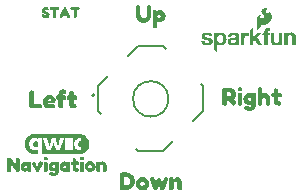
<source format=gto>
%TF.GenerationSoftware,KiCad,Pcbnew,8.0.6*%
%TF.CreationDate,2024-11-09T20:31:53-07:00*%
%TF.ProjectId,SparkFun_Qwiic_Navigation,53706172-6b46-4756-9e5f-51776969635f,rev?*%
%TF.SameCoordinates,Original*%
%TF.FileFunction,Legend,Top*%
%TF.FilePolarity,Positive*%
%FSLAX46Y46*%
G04 Gerber Fmt 4.6, Leading zero omitted, Abs format (unit mm)*
G04 Created by KiCad (PCBNEW 8.0.6) date 2024-11-09 20:31:53*
%MOMM*%
%LPD*%
G01*
G04 APERTURE LIST*
%ADD10C,0.000000*%
%ADD11C,0.152400*%
%ADD12C,0.200000*%
%ADD13C,0.177800*%
G04 APERTURE END LIST*
D10*
%TO.C,kibuzzard-6730262A*%
G36*
X1538466Y7721481D02*
G01*
X1586534Y7681996D01*
X1602843Y7634785D01*
X1605418Y7575558D01*
X1605418Y6689721D01*
X1602843Y6630494D01*
X1586534Y6584142D01*
X1538466Y6545515D01*
X1447479Y6533498D01*
X1359067Y6542940D01*
X1308423Y6579850D01*
X863788Y7166974D01*
X863788Y6689721D01*
X861212Y6630494D01*
X844903Y6584142D01*
X796835Y6545515D01*
X705848Y6533498D01*
X617436Y6545515D01*
X571084Y6584142D01*
X554775Y6631352D01*
X551341Y6691438D01*
X551341Y7582425D01*
X554775Y7639936D01*
X571942Y7685429D01*
X619152Y7722339D01*
X709281Y7733498D01*
X787393Y7723197D01*
X831170Y7701738D01*
X862071Y7666545D01*
X1291255Y7089721D01*
X1291255Y7582425D01*
X1294689Y7639077D01*
X1311856Y7684571D01*
X1359925Y7721481D01*
X1449195Y7733498D01*
X1538466Y7721481D01*
G37*
G36*
X4853487Y7397017D02*
G01*
X4898981Y7359249D01*
X4914431Y7313755D01*
X4917006Y7256245D01*
X4917006Y6595300D01*
X4902223Y6476464D01*
X4857874Y6374032D01*
X4783959Y6288004D01*
X4691732Y6223150D01*
X4592448Y6184237D01*
X4486105Y6171266D01*
X4366363Y6186288D01*
X4247479Y6231352D01*
X4158637Y6291867D01*
X4129024Y6353240D01*
X4180526Y6473412D01*
X4214002Y6508605D01*
X4241470Y6527489D01*
X4278380Y6536931D01*
X4364217Y6498305D01*
X4491255Y6459678D01*
X4577951Y6501738D01*
X4614861Y6605601D01*
X4614861Y6626202D01*
X4541041Y6575987D01*
X4484388Y6566297D01*
X4443187Y6559249D01*
X4346096Y6573650D01*
X4256253Y6616855D01*
X4173659Y6688863D01*
X4107851Y6779373D01*
X4068366Y6878085D01*
X4055627Y6981567D01*
X4360783Y6981567D01*
X4397693Y6897446D01*
X4484388Y6861395D01*
X4567650Y6897446D01*
X4602843Y6981567D01*
X4566792Y7067403D01*
X4480955Y7103455D01*
X4396835Y7067403D01*
X4360783Y6981567D01*
X4055627Y6981567D01*
X4055204Y6985000D01*
X4068461Y7089053D01*
X4108232Y7186049D01*
X4174517Y7275987D01*
X4257397Y7347995D01*
X4346954Y7391199D01*
X4443187Y7405601D01*
X4543616Y7386717D01*
X4618294Y7330064D01*
X4665075Y7389292D01*
X4767650Y7409034D01*
X4853487Y7397017D01*
G37*
G36*
X6330740Y7681996D02*
G01*
X6377951Y7643369D01*
X6395118Y7595300D01*
X6398552Y7537790D01*
X6398552Y7400451D01*
X6489539Y7403884D01*
X6535032Y7403026D01*
X6575376Y7393584D01*
X6612285Y7369549D01*
X6634603Y7322339D01*
X6644045Y7245944D01*
X6631170Y7160966D01*
X6593401Y7113755D01*
X6546191Y7095730D01*
X6487822Y7091438D01*
X6398552Y7093155D01*
X6398552Y6894013D01*
X6407994Y6842511D01*
X6444903Y6828777D01*
X6508423Y6825343D01*
X6554775Y6809034D01*
X6589109Y6766974D01*
X6599410Y6688004D01*
X6586534Y6599592D01*
X6546191Y6552382D01*
X6498981Y6536073D01*
X6443187Y6533498D01*
X6332457Y6542845D01*
X6242901Y6570885D01*
X6174517Y6617618D01*
X6126353Y6683999D01*
X6097455Y6770980D01*
X6087822Y6878562D01*
X6087822Y7096588D01*
X6044903Y7096588D01*
X5965075Y7134356D01*
X5941899Y7247661D01*
X5969367Y7358391D01*
X6051770Y7395300D01*
X6087822Y7395300D01*
X6087822Y7544657D01*
X6090397Y7602167D01*
X6106706Y7646803D01*
X6153916Y7682854D01*
X6244045Y7694013D01*
X6330740Y7681996D01*
G37*
G36*
X3476663Y7390150D02*
G01*
X3553058Y7331781D01*
X3573659Y7263112D01*
X3545333Y7178991D01*
X3241470Y6600451D01*
X3187393Y6543798D01*
X3104131Y6524914D01*
X3020869Y6543798D01*
X2966792Y6600451D01*
X2662929Y7178991D01*
X2638895Y7301738D01*
X2731599Y7390150D01*
X2859496Y7417618D01*
X2942758Y7319764D01*
X3104131Y6952382D01*
X3265504Y7319764D01*
X3305848Y7387361D01*
X3351341Y7418476D01*
X3476663Y7390150D01*
G37*
G36*
X7690015Y7411514D02*
G01*
X7797884Y7367451D01*
X7892972Y7294013D01*
X7966887Y7199402D01*
X8011236Y7091819D01*
X8026019Y6971266D01*
X8010283Y6844800D01*
X7963072Y6735501D01*
X7884388Y6643369D01*
X7786820Y6573746D01*
X7682958Y6531972D01*
X7572800Y6518047D01*
X7569367Y6518486D01*
X7461594Y6532258D01*
X7356873Y6574890D01*
X7258637Y6645944D01*
X7179477Y6738743D01*
X7131980Y6846612D01*
X7116148Y6969549D01*
X7116363Y6971266D01*
X7430311Y6971266D01*
X7474946Y6866545D01*
X7569367Y6832210D01*
X7665504Y6866545D01*
X7711856Y6972983D01*
X7672371Y7074270D01*
X7567650Y7112039D01*
X7470655Y7071695D01*
X7430311Y6971266D01*
X7116363Y6971266D01*
X7131026Y7088481D01*
X7175662Y7195777D01*
X7250054Y7291438D01*
X7345046Y7366307D01*
X7451484Y7411228D01*
X7569367Y7426202D01*
X7690015Y7411514D01*
G37*
G36*
X2492114Y7393584D02*
G01*
X2539324Y7354099D01*
X2555633Y7306888D01*
X2558208Y7249378D01*
X2558208Y6691438D01*
X2555633Y6633069D01*
X2539324Y6587575D01*
X2491255Y6548948D01*
X2401985Y6536931D01*
X2304560Y6552382D01*
X2256062Y6598734D01*
X2174088Y6552382D01*
X2118723Y6543678D01*
X2075805Y6536931D01*
X1976520Y6551619D01*
X1884675Y6595682D01*
X1800268Y6669120D01*
X1733029Y6761633D01*
X1692686Y6862921D01*
X1679658Y6969549D01*
X1989968Y6969549D01*
X2028594Y6884571D01*
X2118723Y6847661D01*
X2201985Y6884571D01*
X2237178Y6971266D01*
X2201985Y7058820D01*
X2115290Y7094871D01*
X2026878Y7057103D01*
X1989968Y6969549D01*
X1679658Y6969549D01*
X1679238Y6972983D01*
X1692781Y7080184D01*
X1733411Y7179754D01*
X1801127Y7271695D01*
X1885819Y7345134D01*
X1977378Y7389196D01*
X2075805Y7403884D01*
X2176663Y7386717D01*
X2256062Y7335215D01*
X2299839Y7388004D01*
X2403702Y7405601D01*
X2492114Y7393584D01*
G37*
G36*
X5807135Y7393584D02*
G01*
X5854345Y7354099D01*
X5870655Y7306888D01*
X5873230Y7249378D01*
X5873230Y6691438D01*
X5870655Y6633069D01*
X5854345Y6587575D01*
X5806277Y6548948D01*
X5717006Y6536931D01*
X5619582Y6552382D01*
X5571084Y6598734D01*
X5489109Y6552382D01*
X5433745Y6543678D01*
X5390826Y6536931D01*
X5291541Y6551619D01*
X5199696Y6595682D01*
X5115290Y6669120D01*
X5048051Y6761633D01*
X5007707Y6862921D01*
X4994680Y6969549D01*
X5304989Y6969549D01*
X5343616Y6884571D01*
X5433745Y6847661D01*
X5517006Y6884571D01*
X5552200Y6971266D01*
X5517006Y7058820D01*
X5430311Y7094871D01*
X5341899Y7057103D01*
X5304989Y6969549D01*
X4994680Y6969549D01*
X4994260Y6972983D01*
X5007803Y7080184D01*
X5048432Y7179754D01*
X5116148Y7271695D01*
X5200840Y7345134D01*
X5292400Y7389196D01*
X5390826Y7403884D01*
X5491685Y7386717D01*
X5571084Y7335215D01*
X5614861Y7388004D01*
X5718723Y7405601D01*
X5807135Y7393584D01*
G37*
G36*
X8727784Y7392058D02*
G01*
X8813621Y7351428D01*
X8882672Y7283712D01*
X8933220Y7194824D01*
X8963549Y7090675D01*
X8973659Y6971266D01*
X8973659Y6689721D01*
X8971084Y6632210D01*
X8954775Y6585858D01*
X8907564Y6547232D01*
X8817436Y6535215D01*
X8726448Y6547232D01*
X8678380Y6586717D01*
X8662071Y6633927D01*
X8659496Y6691438D01*
X8659496Y6971266D01*
X8627736Y7062253D01*
X8537607Y7094871D01*
X8446620Y7061395D01*
X8412285Y6971266D01*
X8412285Y6689721D01*
X8409710Y6632210D01*
X8393401Y6585858D01*
X8345333Y6547232D01*
X8256062Y6535215D01*
X8167650Y6547232D01*
X8120440Y6585858D01*
X8104131Y6632210D01*
X8101556Y6691438D01*
X8101556Y7256245D01*
X8104989Y7312897D01*
X8121298Y7357532D01*
X8168509Y7394442D01*
X8257779Y7405601D01*
X8338466Y7395300D01*
X8384818Y7366974D01*
X8403702Y7334356D01*
X8408852Y7299163D01*
X8500697Y7372983D01*
X8625161Y7405601D01*
X8727784Y7392058D01*
G37*
G36*
X6965933Y7391867D02*
G01*
X7013144Y7352382D01*
X7029453Y7305172D01*
X7032028Y7245944D01*
X7032028Y6688004D01*
X7029453Y6629635D01*
X7013144Y6584142D01*
X6965933Y6545515D01*
X6875805Y6533498D01*
X6787393Y6545515D01*
X6740182Y6584142D01*
X6723873Y6630494D01*
X6721298Y6689721D01*
X6721298Y7249378D01*
X6723873Y7306888D01*
X6740182Y7353240D01*
X6788251Y7391867D01*
X6877521Y7403884D01*
X6965933Y7391867D01*
G37*
G36*
X3904989Y7391867D02*
G01*
X3952200Y7352382D01*
X3968509Y7305172D01*
X3971084Y7245944D01*
X3971084Y6688004D01*
X3968509Y6629635D01*
X3952200Y6584142D01*
X3904989Y6545515D01*
X3814861Y6533498D01*
X3726448Y6545515D01*
X3679238Y6584142D01*
X3662929Y6630494D01*
X3660354Y6689721D01*
X3660354Y7249378D01*
X3662929Y7306888D01*
X3679238Y7353240D01*
X3727307Y7391867D01*
X3816577Y7403884D01*
X3904989Y7391867D01*
G37*
G36*
X6965933Y7786717D02*
G01*
X7013144Y7747232D01*
X7029453Y7700021D01*
X7032028Y7642511D01*
X7029453Y7584142D01*
X7013144Y7538648D01*
X6965933Y7500021D01*
X6875805Y7488004D01*
X6787393Y7500021D01*
X6740182Y7539506D01*
X6723873Y7586717D01*
X6721298Y7644227D01*
X6723873Y7701738D01*
X6740182Y7748090D01*
X6788251Y7786717D01*
X6877521Y7798734D01*
X6965933Y7786717D01*
G37*
G36*
X3904989Y7786717D02*
G01*
X3952200Y7747232D01*
X3968509Y7700021D01*
X3971084Y7642511D01*
X3968509Y7584142D01*
X3952200Y7538648D01*
X3904989Y7500021D01*
X3814861Y7488004D01*
X3726448Y7500021D01*
X3679238Y7539506D01*
X3662929Y7586717D01*
X3660354Y7644227D01*
X3662929Y7701738D01*
X3679238Y7748090D01*
X3727307Y7786717D01*
X3816577Y7798734D01*
X3904989Y7786717D01*
G37*
%TO.C,kibuzzard-66EED5D2*%
G36*
X12680687Y20649592D02*
G01*
X12740773Y20599163D01*
X12761159Y20539077D01*
X12764378Y20465043D01*
X12764378Y19862039D01*
X12753380Y19732210D01*
X12720386Y19604528D01*
X12667006Y19483015D01*
X12594850Y19371695D01*
X12501234Y19275933D01*
X12383476Y19201094D01*
X12246942Y19152811D01*
X12096996Y19136717D01*
X11947318Y19153079D01*
X11811588Y19202167D01*
X11694903Y19278079D01*
X11602361Y19374914D01*
X11531277Y19487039D01*
X11478970Y19608820D01*
X11446781Y19736502D01*
X11436052Y19866330D01*
X11436052Y20467189D01*
X11439270Y20541223D01*
X11459657Y20600236D01*
X11519742Y20649592D01*
X11633476Y20664614D01*
X11746137Y20649592D01*
X11805150Y20601309D01*
X11826609Y20541223D01*
X11830901Y20465043D01*
X11830901Y19866330D01*
X11852361Y19715043D01*
X11938197Y19588433D01*
X12011695Y19545783D01*
X12103433Y19531567D01*
X12213412Y19554635D01*
X12298712Y19623841D01*
X12353433Y19731137D01*
X12371674Y19868476D01*
X12371674Y20477918D01*
X12375966Y20547661D01*
X12397425Y20603455D01*
X12457511Y20649592D01*
X12569099Y20664614D01*
X12680687Y20649592D01*
G37*
G36*
X13185515Y20233283D02*
G01*
X13255794Y20181781D01*
X13356116Y20231674D01*
X13468240Y20248305D01*
X13591273Y20229945D01*
X13705722Y20174866D01*
X13811588Y20083069D01*
X13896233Y19968143D01*
X13947020Y19843679D01*
X13963948Y19709678D01*
X13947258Y19574366D01*
X13897186Y19451691D01*
X13813734Y19341652D01*
X13708584Y19255219D01*
X13593419Y19203360D01*
X13468240Y19186073D01*
X13416738Y19192605D01*
X13358262Y19200021D01*
X13264378Y19241867D01*
X13264378Y18896373D01*
X13263305Y18825558D01*
X13242918Y18766545D01*
X13182833Y18720408D01*
X13071245Y18705386D01*
X12977897Y18717189D01*
X12921030Y18744013D01*
X12892060Y18788004D01*
X12881330Y18836288D01*
X12880258Y18894227D01*
X12880258Y19705386D01*
X13264378Y19705386D01*
X13309442Y19597017D01*
X13416738Y19550880D01*
X13526180Y19597017D01*
X13573391Y19705386D01*
X13528326Y19814828D01*
X13418884Y19859893D01*
X13309442Y19814828D01*
X13264378Y19705386D01*
X12880258Y19705386D01*
X12880258Y20059464D01*
X12883476Y20130279D01*
X12902790Y20187146D01*
X12960730Y20235429D01*
X13069099Y20250451D01*
X13185515Y20233283D01*
G37*
%TO.C,kibuzzard-66EF559E*%
G36*
X20355118Y13702146D02*
G01*
X20414131Y13652790D01*
X20434517Y13593777D01*
X20437736Y13521888D01*
X20434517Y13448927D01*
X20414131Y13392060D01*
X20355118Y13343777D01*
X20242457Y13328755D01*
X20131942Y13343777D01*
X20072929Y13393133D01*
X20052543Y13452146D01*
X20049324Y13524034D01*
X20052543Y13595923D01*
X20072929Y13653863D01*
X20133015Y13702146D01*
X20244603Y13717167D01*
X20355118Y13702146D01*
G37*
G36*
X20355118Y13208584D02*
G01*
X20414131Y13159227D01*
X20434517Y13100215D01*
X20437736Y13026180D01*
X20437736Y12328755D01*
X20434517Y12255794D01*
X20414131Y12198927D01*
X20355118Y12150644D01*
X20242457Y12135622D01*
X20131942Y12150644D01*
X20072929Y12198927D01*
X20052543Y12256867D01*
X20049324Y12330901D01*
X20049324Y13030472D01*
X20052543Y13102361D01*
X20072929Y13160300D01*
X20133015Y13208584D01*
X20244603Y13223605D01*
X20355118Y13208584D01*
G37*
G36*
X22050397Y13702146D02*
G01*
X22109410Y13653863D01*
X22129796Y13595923D01*
X22133015Y13521888D01*
X22133015Y13131330D01*
X22234946Y13200536D01*
X22347607Y13223605D01*
X22477555Y13206199D01*
X22592719Y13153982D01*
X22693101Y13066953D01*
X22770593Y12954411D01*
X22817088Y12825656D01*
X22832586Y12680687D01*
X22832586Y12328755D01*
X22829367Y12256867D01*
X22808981Y12198927D01*
X22748895Y12150644D01*
X22637307Y12135622D01*
X22526792Y12150644D01*
X22467779Y12197854D01*
X22446320Y12256867D01*
X22442028Y12333047D01*
X22442028Y12682833D01*
X22403401Y12793348D01*
X22298251Y12835193D01*
X22190955Y12798712D01*
X22133015Y12715021D01*
X22133015Y12328755D01*
X22129796Y12255794D01*
X22109410Y12198927D01*
X22049324Y12150644D01*
X21937736Y12135622D01*
X21827221Y12150644D01*
X21768208Y12198927D01*
X21747822Y12256867D01*
X21744603Y12330901D01*
X21744603Y13524034D01*
X21747822Y13595923D01*
X21768208Y13653863D01*
X21827221Y13702146D01*
X21939882Y13717167D01*
X22050397Y13702146D01*
G37*
G36*
X19469120Y13629185D02*
G01*
X19558981Y13603433D01*
X19648573Y13561588D01*
X19734946Y13504721D01*
X19811931Y13428809D01*
X19873358Y13329828D01*
X19913594Y13213680D01*
X19927006Y13086266D01*
X19906024Y12925560D01*
X19843077Y12786791D01*
X19738165Y12669957D01*
X19892672Y12463948D01*
X19950612Y12315880D01*
X19847607Y12189270D01*
X19695247Y12130258D01*
X19575075Y12230043D01*
X19345461Y12541202D01*
X19145891Y12541202D01*
X19145891Y12333047D01*
X19142672Y12259013D01*
X19122285Y12201073D01*
X19062200Y12152790D01*
X18948466Y12137768D01*
X18836878Y12152790D01*
X18776792Y12202146D01*
X18756406Y12261159D01*
X18753187Y12335193D01*
X18753187Y12931760D01*
X19145891Y12931760D01*
X19381942Y12931760D01*
X19484946Y12970386D01*
X19534303Y13088412D01*
X19488165Y13200000D01*
X19377650Y13245064D01*
X19145891Y13245064D01*
X19145891Y12931760D01*
X18753187Y12931760D01*
X18753187Y13442489D01*
X18756406Y13514378D01*
X18776792Y13573391D01*
X18836878Y13622747D01*
X18950612Y13637768D01*
X19381942Y13637768D01*
X19469120Y13629185D01*
G37*
G36*
X23400182Y13571245D02*
G01*
X23459195Y13522961D01*
X23480655Y13462876D01*
X23484946Y13390987D01*
X23484946Y13219313D01*
X23598680Y13223605D01*
X23655547Y13222532D01*
X23705976Y13210730D01*
X23752114Y13180687D01*
X23780011Y13121674D01*
X23791813Y13026180D01*
X23775719Y12919957D01*
X23728509Y12860944D01*
X23669496Y12838412D01*
X23596534Y12833047D01*
X23484946Y12835193D01*
X23484946Y12586266D01*
X23496749Y12521888D01*
X23542886Y12504721D01*
X23622285Y12500429D01*
X23680225Y12480043D01*
X23723144Y12427468D01*
X23736019Y12328755D01*
X23719925Y12218240D01*
X23669496Y12159227D01*
X23610483Y12138841D01*
X23540740Y12135622D01*
X23402328Y12147306D01*
X23290383Y12182356D01*
X23204903Y12240773D01*
X23144698Y12323748D01*
X23108575Y12432475D01*
X23096534Y12566953D01*
X23096534Y12839485D01*
X23042886Y12839485D01*
X22943101Y12886695D01*
X22914131Y13028326D01*
X22948466Y13166738D01*
X23051470Y13212876D01*
X23096534Y13212876D01*
X23096534Y13399571D01*
X23099753Y13471459D01*
X23120139Y13527253D01*
X23179152Y13572318D01*
X23291813Y13586266D01*
X23400182Y13571245D01*
G37*
G36*
X21540740Y13215021D02*
G01*
X21597607Y13167811D01*
X21616921Y13110944D01*
X21620139Y13039056D01*
X21620139Y12212876D01*
X21601661Y12064330D01*
X21546224Y11936290D01*
X21453830Y11828755D01*
X21338547Y11747687D01*
X21214441Y11699046D01*
X21081513Y11682833D01*
X20931835Y11701609D01*
X20783230Y11757940D01*
X20672178Y11833584D01*
X20635161Y11910300D01*
X20699539Y12060515D01*
X20741384Y12104506D01*
X20775719Y12128112D01*
X20821856Y12139914D01*
X20929152Y12091631D01*
X21087951Y12043348D01*
X21196320Y12095923D01*
X21242457Y12225751D01*
X21242457Y12251502D01*
X21150182Y12188734D01*
X21079367Y12176621D01*
X21027865Y12167811D01*
X20906501Y12185813D01*
X20794198Y12239819D01*
X20690955Y12329828D01*
X20608695Y12442966D01*
X20559338Y12566357D01*
X20543414Y12695708D01*
X20924861Y12695708D01*
X20970998Y12590558D01*
X21079367Y12545494D01*
X21183444Y12590558D01*
X21227436Y12695708D01*
X21182371Y12803004D01*
X21075075Y12848069D01*
X20969925Y12803004D01*
X20924861Y12695708D01*
X20543414Y12695708D01*
X20542886Y12700000D01*
X20559458Y12830067D01*
X20609171Y12951311D01*
X20692028Y13063734D01*
X20795628Y13153743D01*
X20907574Y13207749D01*
X21027865Y13225751D01*
X21153401Y13202146D01*
X21246749Y13131330D01*
X21305225Y13205365D01*
X21433444Y13230043D01*
X21540740Y13215021D01*
G37*
%TO.C,kibuzzard-66EF55AC*%
G36*
X2723970Y13406009D02*
G01*
X2784056Y13356652D01*
X2804442Y13297639D01*
X2807661Y13223605D01*
X2807661Y12253648D01*
X3331266Y12253648D01*
X3392425Y12250429D01*
X3441781Y12233262D01*
X3483627Y12182833D01*
X3496502Y12086266D01*
X3483627Y11991845D01*
X3441781Y11940343D01*
X3390279Y11922103D01*
X3329120Y11918884D01*
X2610236Y11918884D01*
X2498648Y11933906D01*
X2438562Y11983262D01*
X2418176Y12042275D01*
X2414957Y12116309D01*
X2414957Y13225751D01*
X2418176Y13297639D01*
X2438562Y13356652D01*
X2498648Y13406009D01*
X2612382Y13421030D01*
X2723970Y13406009D01*
G37*
G36*
X4296574Y13017120D02*
G01*
X4419249Y12970625D01*
X4516888Y12893133D01*
X4612650Y12749893D01*
X4644571Y12599142D01*
X4629818Y12492650D01*
X4585558Y12413519D01*
X4517157Y12364431D01*
X4429979Y12348069D01*
X3972897Y12348069D01*
X4037275Y12266524D01*
X4163884Y12236481D01*
X4337704Y12264378D01*
X4436416Y12292275D01*
X4507232Y12266524D01*
X4565172Y12189270D01*
X4593069Y12090558D01*
X4565172Y12005123D01*
X4481481Y11944099D01*
X4341996Y11907484D01*
X4146717Y11895279D01*
X4002940Y11908423D01*
X3876330Y11947854D01*
X3771448Y12008745D01*
X3692854Y12086266D01*
X3635451Y12174249D01*
X3594142Y12266524D01*
X3569195Y12362017D01*
X3560880Y12459657D01*
X3571256Y12549785D01*
X3972897Y12549785D01*
X4213240Y12549785D01*
X4271180Y12601288D01*
X4236845Y12664592D01*
X4144571Y12687124D01*
X4023326Y12645279D01*
X3972897Y12549785D01*
X3571256Y12549785D01*
X3579120Y12618097D01*
X3633841Y12755794D01*
X3725043Y12872747D01*
X3845095Y12961564D01*
X3986369Y13014855D01*
X4148863Y13032618D01*
X4296574Y13017120D01*
G37*
G36*
X5390279Y13501502D02*
G01*
X5449292Y13481116D01*
X5498648Y13421030D01*
X5513670Y13309442D01*
X5498648Y13198927D01*
X5449292Y13139914D01*
X5389206Y13119528D01*
X5316245Y13116309D01*
X5260451Y13086266D01*
X5260451Y13002575D01*
X5372039Y13006867D01*
X5428906Y13005794D01*
X5479335Y12993991D01*
X5525472Y12963948D01*
X5553369Y12904936D01*
X5565172Y12809442D01*
X5549077Y12703219D01*
X5501867Y12644206D01*
X5442854Y12621674D01*
X5369893Y12616309D01*
X5260451Y12618455D01*
X5260451Y12109871D01*
X5256159Y12037983D01*
X5234700Y11978970D01*
X5174614Y11931760D01*
X5063026Y11916738D01*
X4952511Y11931760D01*
X4894571Y11981116D01*
X4874185Y12041202D01*
X4869893Y12114163D01*
X4869893Y12622747D01*
X4816245Y12622747D01*
X4716459Y12669957D01*
X4687489Y12811588D01*
X4721824Y12950000D01*
X4824828Y12996137D01*
X4869893Y12996137D01*
X4869893Y13081974D01*
X4896717Y13224678D01*
X4976116Y13360944D01*
X5037811Y13419152D01*
X5117747Y13465021D01*
X5212436Y13494796D01*
X5318391Y13504721D01*
X5390279Y13501502D01*
G37*
G36*
X6083412Y13354506D02*
G01*
X6142425Y13306223D01*
X6163884Y13246137D01*
X6168176Y13174249D01*
X6168176Y13002575D01*
X6281910Y13006867D01*
X6338777Y13005794D01*
X6389206Y12993991D01*
X6435343Y12963948D01*
X6463240Y12904936D01*
X6475043Y12809442D01*
X6458948Y12703219D01*
X6411738Y12644206D01*
X6352725Y12621674D01*
X6279764Y12616309D01*
X6168176Y12618455D01*
X6168176Y12369528D01*
X6179979Y12305150D01*
X6226116Y12287983D01*
X6305515Y12283691D01*
X6363455Y12263305D01*
X6406373Y12210730D01*
X6419249Y12112017D01*
X6403155Y12001502D01*
X6352725Y11942489D01*
X6293712Y11922103D01*
X6223970Y11918884D01*
X6085558Y11930567D01*
X5973612Y11965618D01*
X5888133Y12024034D01*
X5827928Y12107010D01*
X5791805Y12215737D01*
X5779764Y12350215D01*
X5779764Y12622747D01*
X5726116Y12622747D01*
X5626330Y12669957D01*
X5597361Y12811588D01*
X5631695Y12950000D01*
X5734700Y12996137D01*
X5779764Y12996137D01*
X5779764Y13182833D01*
X5782983Y13254721D01*
X5803369Y13310515D01*
X5862382Y13355579D01*
X5975043Y13369528D01*
X6083412Y13354506D01*
G37*
%TO.C,kibuzzard-66EF5597*%
G36*
X12153386Y6071104D02*
G01*
X12288221Y6016025D01*
X12407082Y5924227D01*
X12499475Y5805963D01*
X12554912Y5671485D01*
X12573391Y5520794D01*
X12553720Y5362711D01*
X12494707Y5226087D01*
X12396352Y5110923D01*
X12274392Y5023894D01*
X12144564Y4971676D01*
X12006867Y4954270D01*
X12002575Y4954819D01*
X11867859Y4972034D01*
X11736958Y5025324D01*
X11614163Y5114142D01*
X11515212Y5230141D01*
X11455842Y5364976D01*
X11436052Y5518648D01*
X11436320Y5520794D01*
X11828755Y5520794D01*
X11884549Y5389893D01*
X12002575Y5346974D01*
X12122747Y5389893D01*
X12180687Y5522940D01*
X12131330Y5649549D01*
X12000429Y5696760D01*
X11879185Y5646330D01*
X11828755Y5520794D01*
X11436320Y5520794D01*
X11454649Y5667313D01*
X11510443Y5801433D01*
X11603433Y5921009D01*
X11722175Y6014595D01*
X11855222Y6070746D01*
X12002575Y6089464D01*
X12153386Y6071104D01*
G37*
G36*
X15032141Y6046784D02*
G01*
X15139437Y5995997D01*
X15225751Y5911352D01*
X15288937Y5800241D01*
X15326848Y5670055D01*
X15339485Y5520794D01*
X15339485Y5168863D01*
X15336266Y5096974D01*
X15315880Y5039034D01*
X15256867Y4990751D01*
X15144206Y4975730D01*
X15030472Y4990751D01*
X14970386Y5040107D01*
X14950000Y5099120D01*
X14946781Y5171009D01*
X14946781Y5520794D01*
X14907082Y5634528D01*
X14794421Y5675300D01*
X14680687Y5633455D01*
X14637768Y5520794D01*
X14637768Y5168863D01*
X14634549Y5096974D01*
X14614163Y5039034D01*
X14554077Y4990751D01*
X14442489Y4975730D01*
X14331974Y4990751D01*
X14272961Y5039034D01*
X14252575Y5096974D01*
X14249356Y5171009D01*
X14249356Y5877017D01*
X14253648Y5947833D01*
X14274034Y6003627D01*
X14333047Y6049764D01*
X14444635Y6063712D01*
X14545494Y6050837D01*
X14603433Y6015429D01*
X14627039Y5974657D01*
X14633476Y5930665D01*
X14748283Y6022940D01*
X14903863Y6063712D01*
X15032141Y6046784D01*
G37*
G36*
X10775107Y6462049D02*
G01*
X10912446Y6421009D01*
X11039056Y6352607D01*
X11154936Y6256845D01*
X11251636Y6142039D01*
X11320708Y6016502D01*
X11362151Y5880236D01*
X11375966Y5733240D01*
X11362151Y5582288D01*
X11320708Y5442736D01*
X11251636Y5314584D01*
X11154936Y5197833D01*
X11038653Y5100663D01*
X10910837Y5031255D01*
X10771486Y4989611D01*
X10620601Y4975730D01*
X10453219Y4975730D01*
X10255794Y4975730D01*
X10147425Y4990751D01*
X10088412Y5036888D01*
X10065880Y5096974D01*
X10060515Y5173155D01*
X10060515Y5368433D01*
X10453219Y5368433D01*
X10627039Y5368433D01*
X10762768Y5394453D01*
X10878112Y5472511D01*
X10956974Y5587586D01*
X10983262Y5724657D01*
X10956974Y5861996D01*
X10878112Y5977876D01*
X10762232Y6056738D01*
X10624893Y6083026D01*
X10453219Y6083026D01*
X10453219Y5368433D01*
X10060515Y5368433D01*
X10060515Y6282597D01*
X10063734Y6354485D01*
X10084120Y6413498D01*
X10144206Y6461781D01*
X10257940Y6475730D01*
X10627039Y6475730D01*
X10775107Y6462049D01*
G37*
G36*
X12938913Y6050598D02*
G01*
X12991845Y5969292D01*
X13107725Y5649549D01*
X13208584Y5926373D01*
X13279936Y6030987D01*
X13390987Y6065858D01*
X13510086Y6030451D01*
X13584120Y5924227D01*
X13682833Y5649549D01*
X13785837Y5934957D01*
X13846161Y6036054D01*
X13929852Y6076111D01*
X14036910Y6055129D01*
X14135145Y5990513D01*
X14175203Y5911113D01*
X14157082Y5816931D01*
X13869528Y5119506D01*
X13863090Y5103412D01*
X13854506Y5084099D01*
X13844850Y5064785D01*
X13833047Y5043326D01*
X13819099Y5024013D01*
X13800858Y5005773D01*
X13779399Y4990751D01*
X13752575Y4977876D01*
X13721459Y4970365D01*
X13684979Y4967146D01*
X13601288Y4978948D01*
X13546567Y5018648D01*
X13517597Y5064785D01*
X13493991Y5119506D01*
X13395279Y5383455D01*
X13296567Y5119506D01*
X13285837Y5091609D01*
X13275107Y5063712D01*
X13265451Y5040107D01*
X13251502Y5018648D01*
X13235408Y5002554D01*
X13213948Y4986459D01*
X13186052Y4976803D01*
X13150644Y4969292D01*
X13107725Y4967146D01*
X13025107Y4981094D01*
X12967167Y5027232D01*
X12938197Y5072296D01*
X12918884Y5119506D01*
X12633476Y5821223D01*
X12625966Y5961781D01*
X12738627Y6048691D01*
X12854506Y6077065D01*
X12938913Y6050598D01*
G37*
%TO.C,G\u002A\u002A\u002A*%
G36*
X3017971Y9118174D02*
G01*
X3060185Y9104289D01*
X3098471Y9079708D01*
X3108474Y9071152D01*
X3142691Y9033396D01*
X3166877Y8990061D01*
X3181492Y8939819D01*
X3186991Y8881341D01*
X3186303Y8845312D01*
X3184125Y8813509D01*
X3180640Y8789838D01*
X3174527Y8769142D01*
X3164466Y8746265D01*
X3157205Y8731734D01*
X3128714Y8686485D01*
X3094693Y8652834D01*
X3053783Y8629882D01*
X3004627Y8616729D01*
X2979162Y8613744D01*
X2951713Y8613943D01*
X2923431Y8617640D01*
X2915000Y8619650D01*
X2864210Y8640156D01*
X2822487Y8670278D01*
X2790036Y8709732D01*
X2767065Y8758230D01*
X2753780Y8815485D01*
X2750847Y8847066D01*
X2751862Y8910979D01*
X2762351Y8966320D01*
X2782713Y9014224D01*
X2813351Y9055827D01*
X2830547Y9072752D01*
X2868160Y9099834D01*
X2909761Y9116042D01*
X2958114Y9122372D01*
X2968621Y9122540D01*
X3017971Y9118174D01*
G37*
G36*
X4951489Y9763684D02*
G01*
X5130969Y9763676D01*
X5298072Y9763659D01*
X5453256Y9763631D01*
X5596976Y9763589D01*
X5729689Y9763529D01*
X5851851Y9763450D01*
X5963917Y9763348D01*
X6066344Y9763221D01*
X6159589Y9763066D01*
X6244106Y9762879D01*
X6320353Y9762659D01*
X6388785Y9762402D01*
X6449858Y9762106D01*
X6504030Y9761768D01*
X6551755Y9761384D01*
X6593489Y9760953D01*
X6629690Y9760472D01*
X6660813Y9759937D01*
X6687314Y9759346D01*
X6709649Y9758695D01*
X6728275Y9757984D01*
X6743647Y9757207D01*
X6756222Y9756364D01*
X6766455Y9755450D01*
X6774804Y9754464D01*
X6781723Y9753401D01*
X6787670Y9752261D01*
X6792241Y9751241D01*
X6900202Y9719587D01*
X7001143Y9677003D01*
X7094546Y9623884D01*
X7179898Y9560627D01*
X7256681Y9487625D01*
X7324379Y9405274D01*
X7382477Y9313969D01*
X7395698Y9289293D01*
X7437219Y9197751D01*
X7466820Y9106012D01*
X7485146Y9011391D01*
X7492843Y8911201D01*
X7493183Y8883656D01*
X7487221Y8773234D01*
X7469255Y8668459D01*
X7439168Y8569039D01*
X7396842Y8474677D01*
X7342157Y8385081D01*
X7274996Y8299955D01*
X7246302Y8268846D01*
X7171208Y8198187D01*
X7091927Y8138736D01*
X7006856Y8089600D01*
X6914390Y8049888D01*
X6812926Y8018708D01*
X6783597Y8011595D01*
X6719157Y7996775D01*
X5122937Y7994786D01*
X3526717Y7992796D01*
X3526717Y8687226D01*
X3526717Y9378334D01*
X3581157Y9378334D01*
X3764884Y8871843D01*
X3948611Y8365353D01*
X4115154Y8365239D01*
X4281697Y8365124D01*
X4376936Y8672409D01*
X4396000Y8733735D01*
X4413971Y8791190D01*
X4430449Y8843525D01*
X4445037Y8889490D01*
X4457337Y8927838D01*
X4466948Y8957317D01*
X4473474Y8976681D01*
X4476515Y8984678D01*
X4476585Y8984777D01*
X4479338Y8979645D01*
X4485554Y8962983D01*
X4494845Y8935980D01*
X4506823Y8899825D01*
X4521099Y8855706D01*
X4537287Y8804811D01*
X4554998Y8748330D01*
X4573843Y8687450D01*
X4576901Y8677501D01*
X4672806Y8365140D01*
X4838947Y8365132D01*
X5005087Y8365124D01*
X5189418Y8869096D01*
X5190987Y8873390D01*
X5420256Y8873390D01*
X5420256Y8365124D01*
X5586356Y8365124D01*
X5752456Y8365124D01*
X5752456Y8873390D01*
X5752456Y9381656D01*
X5818896Y9381656D01*
X5818896Y8873390D01*
X5818896Y8365124D01*
X5984996Y8365124D01*
X6151096Y8365124D01*
X6151096Y8870068D01*
X6220876Y8870068D01*
X6221520Y8816852D01*
X6223895Y8773550D01*
X6228694Y8736831D01*
X6236611Y8703359D01*
X6248340Y8669803D01*
X6264576Y8632830D01*
X6274591Y8612039D01*
X6313616Y8547309D01*
X6362725Y8491077D01*
X6421281Y8443985D01*
X6466955Y8417111D01*
X6528067Y8389059D01*
X6586280Y8369894D01*
X6645974Y8358615D01*
X6711531Y8354221D01*
X6742411Y8354196D01*
X6805529Y8355158D01*
X6807325Y8488880D01*
X6809121Y8622602D01*
X6750388Y8625410D01*
X6702901Y8631058D01*
X6664686Y8643704D01*
X6633080Y8664499D01*
X6613186Y8684853D01*
X6584978Y8727473D01*
X6565396Y8776375D01*
X6554367Y8829158D01*
X6551818Y8883419D01*
X6557675Y8936757D01*
X6571866Y8986768D01*
X6594318Y9031052D01*
X6624825Y9067087D01*
X6657103Y9091886D01*
X6690202Y9107164D01*
X6728418Y9114498D01*
X6757495Y9115750D01*
X6809121Y9115896D01*
X6807325Y9253759D01*
X6805529Y9391622D01*
X6722479Y9390554D01*
X6656349Y9387186D01*
X6598267Y9378238D01*
X6543796Y9362686D01*
X6488500Y9339502D01*
X6476651Y9333710D01*
X6423255Y9301091D01*
X6372049Y9258714D01*
X6326322Y9209823D01*
X6289364Y9157659D01*
X6278876Y9138774D01*
X6257972Y9095260D01*
X6242553Y9055590D01*
X6231876Y9016327D01*
X6225200Y8974031D01*
X6221782Y8925264D01*
X6220876Y8870068D01*
X6151096Y8870068D01*
X6151096Y8873390D01*
X6151096Y9381656D01*
X5984996Y9381656D01*
X5818896Y9381656D01*
X5752456Y9381656D01*
X5586356Y9381656D01*
X5420256Y9381656D01*
X5420256Y8873390D01*
X5190987Y8873390D01*
X5218004Y8947305D01*
X5245233Y9021903D01*
X5270765Y9091950D01*
X5294259Y9156507D01*
X5315373Y9214632D01*
X5333766Y9265388D01*
X5349099Y9307833D01*
X5361030Y9341028D01*
X5369218Y9364033D01*
X5373323Y9375909D01*
X5373748Y9377362D01*
X5367405Y9378552D01*
X5349578Y9379614D01*
X5322071Y9380503D01*
X5286689Y9381169D01*
X5245234Y9381565D01*
X5212228Y9381656D01*
X5050708Y9381656D01*
X4955530Y9057761D01*
X4936771Y8994052D01*
X4918937Y8933736D01*
X4902417Y8878108D01*
X4887600Y8828465D01*
X4874872Y8786101D01*
X4864623Y8752311D01*
X4857240Y8728393D01*
X4853112Y8715641D01*
X4852671Y8714441D01*
X4851198Y8711119D01*
X4849611Y8709210D01*
X4847673Y8709461D01*
X4845147Y8712619D01*
X4841798Y8719431D01*
X4837388Y8730645D01*
X4831682Y8747007D01*
X4824443Y8769265D01*
X4815434Y8798167D01*
X4804420Y8834459D01*
X4791164Y8878888D01*
X4775429Y8932203D01*
X4756980Y8995149D01*
X4735579Y9068474D01*
X4710990Y9152927D01*
X4682977Y9249252D01*
X4677321Y9268708D01*
X4645451Y9378334D01*
X4485161Y9380112D01*
X4324872Y9381890D01*
X4308311Y9326960D01*
X4302942Y9308854D01*
X4294381Y9279617D01*
X4283107Y9240891D01*
X4269593Y9194315D01*
X4254316Y9141532D01*
X4237753Y9084183D01*
X4220377Y9023908D01*
X4210519Y8989660D01*
X4193511Y8930756D01*
X4177520Y8875794D01*
X4162938Y8826090D01*
X4150157Y8782962D01*
X4139568Y8747727D01*
X4131565Y8721701D01*
X4126538Y8706201D01*
X4124992Y8702310D01*
X4122357Y8707523D01*
X4116375Y8724341D01*
X4107406Y8751607D01*
X4095811Y8788168D01*
X4081949Y8832867D01*
X4066180Y8884548D01*
X4048866Y8942056D01*
X4030367Y9004236D01*
X4022075Y9032334D01*
X4003101Y9096640D01*
X3985158Y9157165D01*
X3968611Y9212695D01*
X3953827Y9262021D01*
X3941170Y9303928D01*
X3931004Y9337207D01*
X3923696Y9360643D01*
X3919610Y9373025D01*
X3918958Y9374614D01*
X3911868Y9377101D01*
X3893758Y9378897D01*
X3864106Y9380018D01*
X3822392Y9380481D01*
X3768093Y9380303D01*
X3747810Y9380111D01*
X3581157Y9378334D01*
X3526717Y9378334D01*
X3526717Y9381656D01*
X3357295Y9381656D01*
X3187873Y9381656D01*
X3187873Y9317104D01*
X3187873Y9252552D01*
X3152992Y9286555D01*
X3101141Y9329460D01*
X3043673Y9361706D01*
X3008485Y9375658D01*
X2974255Y9384060D01*
X2931133Y9389432D01*
X2883179Y9391718D01*
X2834452Y9390861D01*
X2789012Y9386806D01*
X2750918Y9379496D01*
X2749944Y9379229D01*
X2677592Y9352581D01*
X2612394Y9314879D01*
X2554979Y9266647D01*
X2505979Y9208407D01*
X2468550Y9145794D01*
X2443567Y9084223D01*
X2425430Y9014518D01*
X2414701Y8940248D01*
X2411939Y8864988D01*
X2415602Y8808551D01*
X2422808Y8755138D01*
X2431762Y8710449D01*
X2443740Y8669929D01*
X2460017Y8629020D01*
X2474678Y8597664D01*
X2512231Y8534620D01*
X2558970Y8479196D01*
X2613238Y8433076D01*
X2669641Y8399706D01*
X2742081Y8371806D01*
X2818264Y8356011D01*
X2887217Y8351836D01*
X2960027Y8357649D01*
X3026735Y8374980D01*
X3086917Y8403666D01*
X3140149Y8443546D01*
X3148525Y8451475D01*
X3187873Y8489977D01*
X3187873Y8241519D01*
X3187873Y7993060D01*
X3026756Y7994177D01*
X2980184Y7994592D01*
X2936627Y7995150D01*
X2898312Y7995811D01*
X2867462Y7996533D01*
X2846305Y7997273D01*
X2839063Y7997719D01*
X2734546Y8013655D01*
X2633521Y8041627D01*
X2536995Y8080888D01*
X2445974Y8130687D01*
X2361466Y8190275D01*
X2284477Y8258904D01*
X2216016Y8335824D01*
X2157089Y8420285D01*
X2108703Y8511539D01*
X2090691Y8554478D01*
X2058109Y8654849D01*
X2037099Y8756575D01*
X2027957Y8857665D01*
X2030948Y8955793D01*
X2047515Y9066099D01*
X2075723Y9170033D01*
X2115683Y9267821D01*
X2167503Y9359690D01*
X2231292Y9445868D01*
X2302669Y9522281D01*
X2383527Y9591842D01*
X2470104Y9649870D01*
X2563403Y9696917D01*
X2664426Y9733536D01*
X2707685Y9745504D01*
X2779267Y9763686D01*
X4759178Y9763686D01*
X4951489Y9763684D01*
G37*
D11*
%TO.C,SW2*%
X8245227Y13760660D02*
X8245227Y11639340D01*
X8245227Y11639340D02*
X8457359Y11427208D01*
X9093755Y14609188D02*
X8245227Y13760660D01*
X10790812Y16306245D02*
X11639340Y17154773D01*
X11639340Y17154773D02*
X13760660Y17154773D01*
X11639340Y8245227D02*
X11427208Y8457359D01*
X13760660Y17154773D02*
X13972792Y16942641D01*
X13760660Y8245227D02*
X11639340Y8245227D01*
X14609188Y9093755D02*
X13760660Y8245227D01*
X16306245Y10790812D02*
X17154773Y11639340D01*
X17154773Y13760660D02*
X16942641Y13972792D01*
X17154773Y11639340D02*
X17154773Y13760660D01*
D12*
X7950000Y13000000D02*
G75*
G02*
X7750000Y13000000I-100000J0D01*
G01*
X7750000Y13000000D02*
G75*
G02*
X7950000Y13000000I100000J0D01*
G01*
D13*
X14200000Y12700000D02*
G75*
G02*
X11200000Y12700000I-1500000J0D01*
G01*
X11200000Y12700000D02*
G75*
G02*
X14200000Y12700000I1500000J0D01*
G01*
D10*
%TO.C,kibuzzard-66EF6B89*%
G36*
X5494914Y20438981D02*
G01*
X5539013Y20386835D01*
X5862189Y19718594D01*
X5879571Y19627178D01*
X5808112Y19564088D01*
X5712833Y19545418D01*
X5649742Y19619453D01*
X5590515Y19741770D01*
X5370343Y19741770D01*
X5273777Y19741770D01*
X5214549Y19618165D01*
X5150172Y19546706D01*
X5056180Y19565376D01*
X4984077Y19627822D01*
X5000815Y19718594D01*
X5108955Y19942629D01*
X5370343Y19942629D01*
X5491373Y19942629D01*
X5430858Y20067521D01*
X5370343Y19942629D01*
X5108955Y19942629D01*
X5323991Y20388122D01*
X5369056Y20437693D01*
X5432146Y20456363D01*
X5494914Y20438981D01*
G37*
G36*
X4893305Y20455719D02*
G01*
X4922275Y20445418D01*
X4946738Y20415161D01*
X4954464Y20358509D01*
X4946738Y20301856D01*
X4921631Y20271599D01*
X4892017Y20261298D01*
X4855322Y20259367D01*
X4677639Y20259367D01*
X4677639Y19669667D01*
X4675708Y19626534D01*
X4663476Y19592414D01*
X4627425Y19564088D01*
X4560472Y19555075D01*
X4494163Y19564088D01*
X4459399Y19593058D01*
X4447811Y19627822D01*
X4445880Y19670955D01*
X4445880Y20259367D01*
X4266910Y20259367D01*
X4230215Y20261298D01*
X4201245Y20271599D01*
X4176781Y20301856D01*
X4169056Y20359796D01*
X4176781Y20415805D01*
X4201888Y20445418D01*
X4231502Y20455719D01*
X4268197Y20457650D01*
X4856609Y20457650D01*
X4893305Y20455719D01*
G37*
G36*
X6632790Y20455719D02*
G01*
X6661760Y20445418D01*
X6686223Y20415161D01*
X6693948Y20358509D01*
X6686223Y20301856D01*
X6661116Y20271599D01*
X6631502Y20261298D01*
X6594807Y20259367D01*
X6417124Y20259367D01*
X6417124Y19669667D01*
X6415193Y19626534D01*
X6402961Y19592414D01*
X6366910Y19564088D01*
X6299957Y19555075D01*
X6233648Y19564088D01*
X6198884Y19593058D01*
X6187296Y19627822D01*
X6185365Y19670955D01*
X6185365Y20259367D01*
X6006395Y20259367D01*
X5969700Y20261298D01*
X5940730Y20271599D01*
X5916266Y20301856D01*
X5908541Y20359796D01*
X5916266Y20415805D01*
X5941373Y20445418D01*
X5970987Y20455719D01*
X6007682Y20457650D01*
X6596094Y20457650D01*
X6632790Y20455719D01*
G37*
G36*
X3886366Y20461942D02*
G01*
X3968340Y20436191D01*
X4035150Y20393273D01*
X4081502Y20326964D01*
X4050601Y20247779D01*
X3974635Y20185333D01*
X3888369Y20209152D01*
X3873562Y20221384D01*
X3855536Y20236191D01*
X3830429Y20245848D01*
X3787940Y20250354D01*
X3740300Y20234260D01*
X3719700Y20194989D01*
X3742232Y20153144D01*
X3793090Y20130612D01*
X3871631Y20114517D01*
X3954034Y20094560D01*
X4026942Y20061084D01*
X4083433Y20012157D01*
X4119646Y19942307D01*
X4131717Y19846062D01*
X4126245Y19784582D01*
X4109828Y19728895D01*
X4053820Y19641985D01*
X3974635Y19584689D01*
X3886438Y19551856D01*
X3800815Y19542200D01*
X3728712Y19547994D01*
X3668197Y19562157D01*
X3618627Y19583401D01*
X3578712Y19607865D01*
X3547811Y19632972D01*
X3525279Y19655504D01*
X3511116Y19673530D01*
X3503391Y19682543D01*
X3471202Y19766234D01*
X3525279Y19848637D01*
X3578784Y19878394D01*
X3634578Y19869810D01*
X3692661Y19822886D01*
X3744807Y19775891D01*
X3795665Y19763659D01*
X3871631Y19782328D01*
X3894807Y19842200D01*
X3861330Y19882114D01*
X3760258Y19912371D01*
X3698938Y19928948D01*
X3650172Y19946491D01*
X3578069Y19987693D01*
X3526567Y20043058D01*
X3495665Y20112586D01*
X3485365Y20196277D01*
X3494950Y20270740D01*
X3523705Y20336191D01*
X3571631Y20392629D01*
X3634149Y20435905D01*
X3706681Y20461871D01*
X3789227Y20470526D01*
X3886366Y20461942D01*
G37*
%TO.C,G\u002A\u002A\u002A*%
G36*
X21402758Y17918253D02*
G01*
X21762357Y18292073D01*
X22099837Y18292073D01*
X21707985Y17910167D01*
X22143799Y17253519D01*
X21798327Y17253519D01*
X21513268Y17717587D01*
X21402758Y17610981D01*
X21402758Y17253519D01*
X21117513Y17253519D01*
X21117513Y18531311D01*
X21402758Y18687735D01*
X21402758Y17918253D01*
G37*
G36*
X20949014Y18320060D02*
G01*
X20953111Y18319917D01*
X20957165Y18319684D01*
X20961180Y18319363D01*
X20969103Y18318476D01*
X20976903Y18317285D01*
X20984603Y18315819D01*
X20992226Y18314109D01*
X20999794Y18312183D01*
X21007331Y18310070D01*
X21007331Y18044994D01*
X20996804Y18047076D01*
X20985065Y18048979D01*
X20972394Y18050673D01*
X20959070Y18052128D01*
X20945371Y18053312D01*
X20931576Y18054196D01*
X20917964Y18054748D01*
X20904814Y18054939D01*
X20885452Y18054507D01*
X20866902Y18053225D01*
X20849149Y18051113D01*
X20832180Y18048192D01*
X20815984Y18044483D01*
X20800547Y18040005D01*
X20785857Y18034781D01*
X20771900Y18028829D01*
X20758663Y18022172D01*
X20746135Y18014828D01*
X20734301Y18006820D01*
X20723149Y17998167D01*
X20712667Y17988890D01*
X20702841Y17979010D01*
X20693658Y17968548D01*
X20685106Y17957523D01*
X20677172Y17945956D01*
X20669843Y17933868D01*
X20663106Y17921280D01*
X20656949Y17908212D01*
X20651358Y17894685D01*
X20646320Y17880719D01*
X20641823Y17866335D01*
X20637855Y17851554D01*
X20634401Y17836395D01*
X20631449Y17820880D01*
X20627001Y17788863D01*
X20624408Y17755667D01*
X20623566Y17721457D01*
X20623566Y17253485D01*
X20338321Y17253485D01*
X20338321Y18243615D01*
X20609531Y18292039D01*
X20609531Y18099088D01*
X20613435Y18099088D01*
X20618757Y18111219D01*
X20624537Y18123105D01*
X20630761Y18134736D01*
X20637416Y18146104D01*
X20644490Y18157198D01*
X20651968Y18168011D01*
X20659837Y18178532D01*
X20668084Y18188752D01*
X20676697Y18198663D01*
X20685660Y18208256D01*
X20694962Y18217520D01*
X20704588Y18226447D01*
X20714526Y18235028D01*
X20724763Y18243254D01*
X20735284Y18251115D01*
X20746077Y18258602D01*
X20757129Y18265707D01*
X20768426Y18272420D01*
X20779954Y18278731D01*
X20791701Y18284632D01*
X20803653Y18290114D01*
X20815797Y18295167D01*
X20828120Y18299782D01*
X20840609Y18303950D01*
X20853249Y18307663D01*
X20866028Y18310910D01*
X20878933Y18313682D01*
X20891949Y18315971D01*
X20905065Y18317767D01*
X20918266Y18319062D01*
X20931540Y18319845D01*
X20944873Y18320108D01*
X20949014Y18320060D01*
G37*
G36*
X22683866Y18687445D02*
G01*
X22702888Y18686734D01*
X22721970Y18685694D01*
X22741035Y18684443D01*
X22778799Y18681787D01*
X22797341Y18680619D01*
X22815553Y18679715D01*
X22815553Y18466688D01*
X22802670Y18468152D01*
X22789639Y18469411D01*
X22776512Y18470467D01*
X22763342Y18471323D01*
X22750180Y18471984D01*
X22737079Y18472452D01*
X22724092Y18472730D01*
X22711270Y18472822D01*
X22697122Y18472440D01*
X22690464Y18471956D01*
X22684079Y18471271D01*
X22677963Y18470382D01*
X22672114Y18469284D01*
X22666527Y18467974D01*
X22661199Y18466447D01*
X22656128Y18464698D01*
X22651310Y18462725D01*
X22646742Y18460523D01*
X22642419Y18458089D01*
X22638340Y18455417D01*
X22634501Y18452504D01*
X22630898Y18449345D01*
X22627528Y18445938D01*
X22624387Y18442277D01*
X22621474Y18438360D01*
X22618783Y18434180D01*
X22616313Y18429736D01*
X22614059Y18425022D01*
X22612019Y18420034D01*
X22610188Y18414769D01*
X22608564Y18409222D01*
X22607144Y18403390D01*
X22605923Y18397268D01*
X22604900Y18390852D01*
X22604070Y18384139D01*
X22602977Y18369802D01*
X22602619Y18354226D01*
X22602619Y18292046D01*
X22799381Y18292046D01*
X22799381Y18101233D01*
X22602619Y18101233D01*
X22602619Y17253399D01*
X22317374Y17253399D01*
X22317374Y18101233D01*
X22036033Y18101233D01*
X22230471Y18292046D01*
X22317374Y18292046D01*
X22317374Y18372164D01*
X22317710Y18389342D01*
X22318718Y18406188D01*
X22320399Y18422687D01*
X22322753Y18438826D01*
X22325782Y18454590D01*
X22329486Y18469966D01*
X22333865Y18484939D01*
X22338921Y18499497D01*
X22344654Y18513624D01*
X22351064Y18527307D01*
X22358153Y18540532D01*
X22365922Y18553284D01*
X22374370Y18565551D01*
X22383498Y18577318D01*
X22393308Y18588571D01*
X22403800Y18599295D01*
X22414974Y18609478D01*
X22426832Y18619105D01*
X22439374Y18628163D01*
X22452601Y18636636D01*
X22466513Y18644512D01*
X22481111Y18651776D01*
X22496396Y18658415D01*
X22512368Y18664414D01*
X22529029Y18669760D01*
X22546379Y18674438D01*
X22564418Y18678435D01*
X22583148Y18681736D01*
X22602569Y18684328D01*
X22622681Y18686197D01*
X22643486Y18687328D01*
X22664984Y18687708D01*
X22683866Y18687445D01*
G37*
G36*
X23164865Y17705538D02*
G01*
X23165440Y17674521D01*
X23167201Y17645528D01*
X23170203Y17618557D01*
X23174502Y17593605D01*
X23180155Y17570667D01*
X23187215Y17549741D01*
X23191291Y17540031D01*
X23195740Y17530823D01*
X23200569Y17522117D01*
X23205784Y17513911D01*
X23211393Y17506206D01*
X23217403Y17499001D01*
X23223820Y17492295D01*
X23230652Y17486089D01*
X23237906Y17480382D01*
X23245588Y17475173D01*
X23253705Y17470462D01*
X23262265Y17466248D01*
X23271274Y17462532D01*
X23280739Y17459313D01*
X23290667Y17456590D01*
X23301066Y17454363D01*
X23311942Y17452632D01*
X23323301Y17451396D01*
X23335152Y17450654D01*
X23347500Y17450407D01*
X23361758Y17450662D01*
X23375500Y17451430D01*
X23388731Y17452718D01*
X23401454Y17454533D01*
X23413675Y17456883D01*
X23425397Y17459774D01*
X23436624Y17463213D01*
X23447360Y17467207D01*
X23457609Y17471763D01*
X23467376Y17476888D01*
X23476665Y17482589D01*
X23485479Y17488873D01*
X23493824Y17495746D01*
X23501702Y17503217D01*
X23509118Y17511291D01*
X23516077Y17519976D01*
X23522582Y17529278D01*
X23528638Y17539205D01*
X23534248Y17549763D01*
X23539417Y17560959D01*
X23544148Y17572801D01*
X23548447Y17585296D01*
X23552316Y17598449D01*
X23555761Y17612269D01*
X23558785Y17626761D01*
X23561393Y17641934D01*
X23563588Y17657794D01*
X23565375Y17674348D01*
X23566757Y17691602D01*
X23567740Y17709565D01*
X23568521Y17747641D01*
X23568521Y18292013D01*
X23853858Y18292013D01*
X23853858Y17253459D01*
X23582555Y17253459D01*
X23582555Y17398173D01*
X23576514Y17398173D01*
X23569600Y17387251D01*
X23562389Y17376704D01*
X23554891Y17366529D01*
X23547116Y17356725D01*
X23539075Y17347290D01*
X23530778Y17338223D01*
X23522235Y17329521D01*
X23513457Y17321182D01*
X23504454Y17313205D01*
X23495237Y17305588D01*
X23485815Y17298329D01*
X23476200Y17291427D01*
X23456429Y17278683D01*
X23436006Y17267343D01*
X23415015Y17257391D01*
X23393538Y17248814D01*
X23371658Y17241596D01*
X23349458Y17235723D01*
X23327020Y17231181D01*
X23304428Y17227954D01*
X23281764Y17226029D01*
X23259111Y17225390D01*
X23231339Y17225888D01*
X23204870Y17227369D01*
X23179675Y17229820D01*
X23155727Y17233225D01*
X23132999Y17237567D01*
X23111463Y17242833D01*
X23091091Y17249006D01*
X23071856Y17256070D01*
X23053731Y17264012D01*
X23036687Y17272814D01*
X23020697Y17282462D01*
X23005733Y17292940D01*
X22991768Y17304233D01*
X22978775Y17316326D01*
X22966725Y17329203D01*
X22955591Y17342848D01*
X22945346Y17357246D01*
X22935961Y17372382D01*
X22927410Y17388241D01*
X22919665Y17404806D01*
X22912698Y17422063D01*
X22906482Y17439996D01*
X22900988Y17458589D01*
X22896190Y17477828D01*
X22888569Y17518180D01*
X22883400Y17560928D01*
X22880459Y17605948D01*
X22879528Y17653117D01*
X22879528Y18292013D01*
X23164865Y18292013D01*
X23164865Y17705538D01*
G37*
G36*
X24633802Y18319546D02*
G01*
X24660271Y18318063D01*
X24685466Y18315611D01*
X24709413Y18312205D01*
X24732141Y18307861D01*
X24753677Y18302593D01*
X24774049Y18296418D01*
X24793284Y18289350D01*
X24811410Y18281406D01*
X24828454Y18272601D01*
X24844444Y18262950D01*
X24859408Y18252469D01*
X24873372Y18241173D01*
X24886366Y18229078D01*
X24898416Y18216198D01*
X24909550Y18202551D01*
X24919795Y18188151D01*
X24929179Y18173013D01*
X24937730Y18157153D01*
X24945475Y18140587D01*
X24952442Y18123329D01*
X24958659Y18105397D01*
X24964153Y18086804D01*
X24968951Y18067566D01*
X24976571Y18027219D01*
X24981741Y17984479D01*
X24984681Y17939471D01*
X24985612Y17892316D01*
X24985612Y17253421D01*
X24700368Y17253421D01*
X24700368Y17839896D01*
X24699792Y17870914D01*
X24698025Y17899910D01*
X24695014Y17926885D01*
X24690702Y17951844D01*
X24685036Y17974789D01*
X24677959Y17995722D01*
X24673875Y18005436D01*
X24669418Y18014648D01*
X24664581Y18023359D01*
X24659357Y18031569D01*
X24653739Y18039279D01*
X24647720Y18046488D01*
X24641294Y18053198D01*
X24634454Y18059409D01*
X24627193Y18065120D01*
X24619503Y18070333D01*
X24611378Y18075047D01*
X24602812Y18079264D01*
X24593796Y18082983D01*
X24584326Y18086205D01*
X24574392Y18088931D01*
X24563989Y18091160D01*
X24553110Y18092893D01*
X24541748Y18094130D01*
X24529896Y18094873D01*
X24517547Y18095120D01*
X24503307Y18094865D01*
X24489581Y18094098D01*
X24476367Y18092809D01*
X24463658Y18090994D01*
X24451453Y18088644D01*
X24439746Y18085752D01*
X24428533Y18082312D01*
X24417810Y18078317D01*
X24407573Y18073760D01*
X24397818Y18068633D01*
X24388541Y18062930D01*
X24379738Y18056644D01*
X24371404Y18049768D01*
X24363536Y18042294D01*
X24356129Y18034217D01*
X24349180Y18025528D01*
X24342683Y18016221D01*
X24336635Y18006289D01*
X24331033Y17995725D01*
X24325871Y17984522D01*
X24321145Y17972673D01*
X24316852Y17960171D01*
X24312988Y17947009D01*
X24309548Y17933179D01*
X24306528Y17918676D01*
X24303924Y17903493D01*
X24301732Y17887621D01*
X24299947Y17871054D01*
X24298567Y17853786D01*
X24297586Y17835808D01*
X24296806Y17797699D01*
X24296806Y17253421D01*
X24011375Y17253421D01*
X24011375Y18291975D01*
X24282492Y18291975D01*
X24282492Y18147354D01*
X24288627Y18147354D01*
X24295549Y18158268D01*
X24302766Y18168807D01*
X24310269Y18178974D01*
X24318048Y18188771D01*
X24326091Y18198200D01*
X24334389Y18207261D01*
X24342932Y18215958D01*
X24351710Y18224291D01*
X24360711Y18232263D01*
X24369926Y18239876D01*
X24379345Y18247131D01*
X24388957Y18254030D01*
X24408721Y18266767D01*
X24429135Y18278103D01*
X24450117Y18288050D01*
X24471587Y18296625D01*
X24493460Y18303841D01*
X24515657Y18309712D01*
X24538094Y18314254D01*
X24560690Y18317480D01*
X24583362Y18319405D01*
X24606030Y18320044D01*
X24633802Y18319546D01*
G37*
G36*
X18676282Y18319266D02*
G01*
X18705224Y18317002D01*
X18733131Y18313282D01*
X18760007Y18308147D01*
X18785860Y18301639D01*
X18810695Y18293801D01*
X18834518Y18284675D01*
X18857335Y18274304D01*
X18879152Y18262729D01*
X18899974Y18249994D01*
X18919808Y18236139D01*
X18938659Y18221209D01*
X18956533Y18205244D01*
X18973436Y18188288D01*
X18989375Y18170382D01*
X19004354Y18151569D01*
X19018379Y18131891D01*
X19031458Y18111391D01*
X19043594Y18090110D01*
X19054795Y18068092D01*
X19065067Y18045378D01*
X19074414Y18022011D01*
X19082843Y17998032D01*
X19090360Y17973486D01*
X19096971Y17948412D01*
X19102681Y17922855D01*
X19111423Y17870458D01*
X19116634Y17816632D01*
X19118361Y17761716D01*
X19116594Y17709987D01*
X19111291Y17659040D01*
X19102444Y17609228D01*
X19090049Y17560902D01*
X19074100Y17514416D01*
X19054590Y17470122D01*
X19043498Y17448908D01*
X19031513Y17428374D01*
X19018636Y17408564D01*
X19004865Y17389522D01*
X18990199Y17371293D01*
X18974638Y17353921D01*
X18958182Y17337450D01*
X18940828Y17321923D01*
X18922577Y17307385D01*
X18903428Y17293880D01*
X18883380Y17281452D01*
X18862433Y17270145D01*
X18840585Y17260003D01*
X18817836Y17251070D01*
X18794185Y17243391D01*
X18769632Y17237009D01*
X18744175Y17231969D01*
X18717815Y17228314D01*
X18690549Y17226089D01*
X18662378Y17225337D01*
X18638777Y17225972D01*
X18615510Y17227869D01*
X18592624Y17231020D01*
X18570167Y17235416D01*
X18548184Y17241046D01*
X18526723Y17247903D01*
X18505830Y17255976D01*
X18485553Y17265256D01*
X18465938Y17275735D01*
X18447032Y17287403D01*
X18428882Y17300250D01*
X18411535Y17314267D01*
X18395037Y17329445D01*
X18379436Y17345776D01*
X18364778Y17363248D01*
X18351110Y17381854D01*
X18346927Y17381854D01*
X18346927Y16634121D01*
X18061682Y16887858D01*
X18061682Y17769709D01*
X18336982Y17769709D01*
X18337746Y17738211D01*
X18340095Y17707126D01*
X18344112Y17676677D01*
X18349879Y17647088D01*
X18357482Y17618583D01*
X18367003Y17591384D01*
X18378525Y17565715D01*
X18385063Y17553524D01*
X18392133Y17541799D01*
X18399744Y17530569D01*
X18407909Y17519860D01*
X18416636Y17509702D01*
X18425937Y17500122D01*
X18435821Y17491148D01*
X18446300Y17482807D01*
X18457384Y17475129D01*
X18469083Y17468140D01*
X18481407Y17461868D01*
X18494368Y17456343D01*
X18507975Y17451591D01*
X18522239Y17447640D01*
X18537170Y17444518D01*
X18552779Y17442254D01*
X18569076Y17440875D01*
X18586072Y17440409D01*
X18603217Y17440875D01*
X18619631Y17442254D01*
X18635328Y17444518D01*
X18650320Y17447640D01*
X18664617Y17451591D01*
X18678234Y17456343D01*
X18691181Y17461868D01*
X18703471Y17468140D01*
X18715117Y17475129D01*
X18726129Y17482807D01*
X18736522Y17491148D01*
X18746306Y17500122D01*
X18755494Y17509702D01*
X18764098Y17519860D01*
X18772131Y17530569D01*
X18779604Y17541799D01*
X18786530Y17553524D01*
X18792920Y17565715D01*
X18798788Y17578344D01*
X18804145Y17591384D01*
X18809003Y17604806D01*
X18813375Y17618583D01*
X18817273Y17632686D01*
X18820708Y17647088D01*
X18826242Y17676677D01*
X18830074Y17707126D01*
X18832302Y17738211D01*
X18833023Y17769709D01*
X18832235Y17800939D01*
X18829823Y17831969D01*
X18825712Y17862548D01*
X18819828Y17892426D01*
X18812098Y17921352D01*
X18802449Y17949077D01*
X18790805Y17975349D01*
X18784213Y17987863D01*
X18777094Y17999920D01*
X18769440Y18011488D01*
X18761242Y18022537D01*
X18752490Y18033035D01*
X18743175Y18042951D01*
X18733287Y18052253D01*
X18722818Y18060911D01*
X18711759Y18068893D01*
X18700099Y18076167D01*
X18687830Y18082703D01*
X18674943Y18088469D01*
X18661429Y18093433D01*
X18647278Y18097566D01*
X18632480Y18100834D01*
X18617028Y18103207D01*
X18600911Y18104654D01*
X18584120Y18105144D01*
X18566966Y18104660D01*
X18550542Y18103229D01*
X18534837Y18100881D01*
X18519837Y18097646D01*
X18505531Y18093554D01*
X18491906Y18088636D01*
X18478950Y18082922D01*
X18466652Y18076441D01*
X18454998Y18069225D01*
X18443978Y18061304D01*
X18433577Y18052707D01*
X18423786Y18043465D01*
X18414590Y18033608D01*
X18405979Y18023167D01*
X18397939Y18012171D01*
X18390460Y18000651D01*
X18383527Y17988637D01*
X18377131Y17976160D01*
X18371257Y17963249D01*
X18365895Y17949934D01*
X18361032Y17936247D01*
X18356655Y17922217D01*
X18352753Y17907874D01*
X18349313Y17893249D01*
X18343772Y17863272D01*
X18339935Y17832529D01*
X18337704Y17801261D01*
X18336982Y17769709D01*
X18061682Y17769709D01*
X18061682Y18243630D01*
X18332985Y18291961D01*
X18332985Y18159423D01*
X18336982Y18159423D01*
X18343695Y18169786D01*
X18350638Y18179775D01*
X18357809Y18189392D01*
X18365201Y18198639D01*
X18372813Y18207521D01*
X18380639Y18216040D01*
X18388676Y18224199D01*
X18396919Y18232002D01*
X18405365Y18239450D01*
X18414010Y18246548D01*
X18422849Y18253297D01*
X18431878Y18259702D01*
X18441095Y18265766D01*
X18450493Y18271490D01*
X18460070Y18276878D01*
X18469822Y18281934D01*
X18479744Y18286660D01*
X18489833Y18291060D01*
X18510493Y18298890D01*
X18531771Y18305450D01*
X18553634Y18310763D01*
X18576051Y18314853D01*
X18598989Y18317745D01*
X18622415Y18319462D01*
X18646299Y18320029D01*
X18676282Y18319266D01*
G37*
G36*
X19759851Y18319436D02*
G01*
X19799646Y18317548D01*
X19839577Y18314119D01*
X19879216Y18308921D01*
X19918137Y18301724D01*
X19955913Y18292298D01*
X19992117Y18280413D01*
X20026322Y18265840D01*
X20042541Y18257474D01*
X20058101Y18248350D01*
X20072948Y18238438D01*
X20087028Y18227711D01*
X20100288Y18216140D01*
X20112676Y18203695D01*
X20124136Y18190349D01*
X20134617Y18176073D01*
X20144065Y18160837D01*
X20152426Y18144613D01*
X20159647Y18127373D01*
X20165675Y18109088D01*
X20170456Y18089728D01*
X20173937Y18069266D01*
X20176065Y18047672D01*
X20176786Y18024918D01*
X20176786Y17484357D01*
X20177268Y17449078D01*
X20178761Y17414404D01*
X20181335Y17380947D01*
X20185058Y17349321D01*
X20187373Y17334387D01*
X20190002Y17320140D01*
X20192953Y17306657D01*
X20196235Y17294015D01*
X20199857Y17282291D01*
X20203827Y17271561D01*
X20208155Y17261903D01*
X20212848Y17253391D01*
X19923793Y17253391D01*
X19920097Y17265546D01*
X19916638Y17277872D01*
X19913459Y17290339D01*
X19910607Y17302919D01*
X19908124Y17315581D01*
X19906057Y17328297D01*
X19904449Y17341037D01*
X19903345Y17353771D01*
X19885978Y17336767D01*
X19867724Y17321140D01*
X19848647Y17306851D01*
X19828809Y17293863D01*
X19808270Y17282136D01*
X19787094Y17271631D01*
X19765342Y17262310D01*
X19743075Y17254135D01*
X19720357Y17247066D01*
X19697249Y17241066D01*
X19673812Y17236094D01*
X19650110Y17232113D01*
X19626203Y17229084D01*
X19602154Y17226969D01*
X19578024Y17225728D01*
X19553877Y17225322D01*
X19517146Y17226479D01*
X19481613Y17229964D01*
X19447441Y17235802D01*
X19414790Y17244017D01*
X19399086Y17249024D01*
X19383823Y17254633D01*
X19369021Y17260849D01*
X19354701Y17267675D01*
X19340882Y17275113D01*
X19327585Y17283166D01*
X19314830Y17291837D01*
X19302638Y17301130D01*
X19291028Y17311047D01*
X19280020Y17321591D01*
X19269635Y17332766D01*
X19259894Y17344574D01*
X19250815Y17357019D01*
X19242420Y17370103D01*
X19234729Y17383830D01*
X19227761Y17398202D01*
X19221538Y17413223D01*
X19216079Y17428895D01*
X19211404Y17445221D01*
X19207534Y17462205D01*
X19204489Y17479850D01*
X19202288Y17498158D01*
X19200954Y17517133D01*
X19200504Y17536777D01*
X19201168Y17548674D01*
X19485563Y17548674D01*
X19485802Y17539102D01*
X19486511Y17529969D01*
X19487677Y17521267D01*
X19489286Y17512985D01*
X19491325Y17505115D01*
X19493781Y17497649D01*
X19496641Y17490578D01*
X19499891Y17483892D01*
X19503518Y17477583D01*
X19507509Y17471642D01*
X19511851Y17466060D01*
X19516530Y17460829D01*
X19521533Y17455939D01*
X19526847Y17451381D01*
X19532459Y17447148D01*
X19538355Y17443229D01*
X19544522Y17439616D01*
X19550948Y17436301D01*
X19557618Y17433274D01*
X19564520Y17430526D01*
X19571640Y17428049D01*
X19578965Y17425834D01*
X19586481Y17423872D01*
X19594176Y17422154D01*
X19610049Y17419415D01*
X19626478Y17417546D01*
X19643355Y17416477D01*
X19660576Y17416136D01*
X19680848Y17416640D01*
X19699898Y17418115D01*
X19717765Y17420511D01*
X19734487Y17423773D01*
X19750101Y17427852D01*
X19764646Y17432693D01*
X19778158Y17438245D01*
X19790677Y17444455D01*
X19802240Y17451271D01*
X19812884Y17458642D01*
X19822649Y17466513D01*
X19831571Y17474834D01*
X19839688Y17483553D01*
X19847039Y17492615D01*
X19853661Y17501971D01*
X19859592Y17511566D01*
X19864870Y17521349D01*
X19869533Y17531268D01*
X19873619Y17541271D01*
X19877166Y17551304D01*
X19882793Y17571255D01*
X19886717Y17590702D01*
X19889242Y17609228D01*
X19890670Y17626414D01*
X19891449Y17655095D01*
X19891449Y17761701D01*
X19886775Y17757853D01*
X19881809Y17754231D01*
X19876560Y17750826D01*
X19871040Y17747627D01*
X19859238Y17741808D01*
X19846496Y17736695D01*
X19832907Y17732208D01*
X19818566Y17728266D01*
X19803566Y17724790D01*
X19788002Y17721701D01*
X19654442Y17701288D01*
X19637979Y17698102D01*
X19621808Y17694448D01*
X19606034Y17690246D01*
X19590765Y17685415D01*
X19576106Y17679872D01*
X19562164Y17673537D01*
X19549046Y17666327D01*
X19542828Y17662369D01*
X19536856Y17658162D01*
X19531143Y17653696D01*
X19525703Y17648960D01*
X19520548Y17643945D01*
X19515691Y17638640D01*
X19511147Y17633035D01*
X19506929Y17627120D01*
X19503049Y17620884D01*
X19499520Y17614319D01*
X19496358Y17607412D01*
X19493574Y17600155D01*
X19491181Y17592537D01*
X19489194Y17584547D01*
X19487625Y17576176D01*
X19486488Y17567414D01*
X19485797Y17558250D01*
X19485563Y17548674D01*
X19201168Y17548674D01*
X19202855Y17578929D01*
X19209022Y17617055D01*
X19218748Y17651377D01*
X19231775Y17682117D01*
X19247846Y17709497D01*
X19266703Y17733737D01*
X19288088Y17755061D01*
X19311745Y17773690D01*
X19337415Y17789844D01*
X19364842Y17803747D01*
X19393768Y17815619D01*
X19423935Y17825683D01*
X19455086Y17834160D01*
X19486963Y17841272D01*
X19551867Y17852287D01*
X19679062Y17867689D01*
X19737234Y17875624D01*
X19789043Y17886079D01*
X19811918Y17892806D01*
X19832429Y17900829D01*
X19850319Y17910368D01*
X19865331Y17921646D01*
X19877208Y17934884D01*
X19885691Y17950304D01*
X19890524Y17968128D01*
X19891449Y17988577D01*
X19891203Y17999587D01*
X19890475Y18010025D01*
X19889278Y18019903D01*
X19887622Y18029238D01*
X19885523Y18038044D01*
X19882991Y18046336D01*
X19880039Y18054128D01*
X19876681Y18061435D01*
X19872928Y18068272D01*
X19868793Y18074653D01*
X19864289Y18080592D01*
X19859428Y18086106D01*
X19854223Y18091207D01*
X19848687Y18095912D01*
X19842831Y18100234D01*
X19836670Y18104188D01*
X19830214Y18107789D01*
X19823477Y18111051D01*
X19816472Y18113990D01*
X19809210Y18116619D01*
X19801705Y18118954D01*
X19793970Y18121009D01*
X19786015Y18122798D01*
X19777855Y18124337D01*
X19760968Y18126722D01*
X19743409Y18128281D01*
X19725278Y18129130D01*
X19706676Y18129387D01*
X19686454Y18128860D01*
X19667244Y18127258D01*
X19649071Y18124546D01*
X19631957Y18120688D01*
X19623804Y18118319D01*
X19615926Y18115651D01*
X19608324Y18112679D01*
X19601002Y18109399D01*
X19593962Y18105807D01*
X19587208Y18101899D01*
X19580742Y18097670D01*
X19574568Y18093116D01*
X19568688Y18088232D01*
X19563106Y18083014D01*
X19557823Y18077458D01*
X19552844Y18071560D01*
X19548171Y18065315D01*
X19543807Y18058719D01*
X19539755Y18051768D01*
X19536018Y18044457D01*
X19532599Y18036781D01*
X19529501Y18028738D01*
X19526727Y18020321D01*
X19524279Y18011528D01*
X19522161Y18002353D01*
X19520376Y17992793D01*
X19518926Y17982842D01*
X19517815Y17972498D01*
X19232477Y17972498D01*
X19234630Y17996825D01*
X19238049Y18020099D01*
X19242689Y18042339D01*
X19248511Y18063563D01*
X19255471Y18083789D01*
X19263528Y18103036D01*
X19272640Y18121322D01*
X19282765Y18138666D01*
X19293861Y18155085D01*
X19305886Y18170599D01*
X19318798Y18185226D01*
X19332556Y18198984D01*
X19347116Y18211891D01*
X19362438Y18223967D01*
X19378479Y18235228D01*
X19395198Y18245695D01*
X19412553Y18255384D01*
X19430501Y18264315D01*
X19449000Y18272507D01*
X19468010Y18279976D01*
X19487487Y18286742D01*
X19507390Y18292823D01*
X19527677Y18298238D01*
X19548306Y18303005D01*
X19590422Y18310667D01*
X19633403Y18315959D01*
X19676914Y18319025D01*
X19720618Y18320015D01*
X19759851Y18319436D01*
G37*
G36*
X17503501Y18319092D02*
G01*
X17544923Y18316237D01*
X17585496Y18311295D01*
X17624967Y18304114D01*
X17663079Y18294545D01*
X17699578Y18282437D01*
X17734208Y18267639D01*
X17750743Y18259184D01*
X17766715Y18250001D01*
X17782092Y18240069D01*
X17796843Y18229371D01*
X17810935Y18217888D01*
X17824337Y18205601D01*
X17837016Y18192490D01*
X17848942Y18178538D01*
X17860081Y18163725D01*
X17870402Y18148032D01*
X17879874Y18131442D01*
X17888464Y18113934D01*
X17896140Y18095490D01*
X17902871Y18076091D01*
X17908624Y18055719D01*
X17913368Y18034354D01*
X17917071Y18011979D01*
X17919700Y17988573D01*
X17648583Y17988573D01*
X17647587Y17998699D01*
X17646155Y18008365D01*
X17644300Y18017580D01*
X17642030Y18026352D01*
X17639358Y18034690D01*
X17636293Y18042604D01*
X17632847Y18050103D01*
X17629029Y18057196D01*
X17624850Y18063892D01*
X17620321Y18070200D01*
X17615453Y18076130D01*
X17610256Y18081690D01*
X17604741Y18086890D01*
X17598918Y18091738D01*
X17592798Y18096245D01*
X17586392Y18100419D01*
X17579710Y18104269D01*
X17572763Y18107804D01*
X17565561Y18111034D01*
X17558114Y18113968D01*
X17550435Y18116614D01*
X17542533Y18118983D01*
X17534418Y18121082D01*
X17526102Y18122921D01*
X17508907Y18125858D01*
X17491033Y18127865D01*
X17472565Y18129015D01*
X17453587Y18129383D01*
X17441204Y18129247D01*
X17428296Y18128774D01*
X17415045Y18127869D01*
X17401634Y18126435D01*
X17388246Y18124373D01*
X17375064Y18121590D01*
X17362270Y18117986D01*
X17350048Y18113466D01*
X17344207Y18110832D01*
X17338578Y18107933D01*
X17333184Y18104757D01*
X17328046Y18101291D01*
X17323188Y18097523D01*
X17318632Y18093442D01*
X17314402Y18089035D01*
X17310520Y18084291D01*
X17307010Y18079196D01*
X17303893Y18073739D01*
X17301193Y18067909D01*
X17298933Y18061692D01*
X17297136Y18055077D01*
X17295823Y18048051D01*
X17295019Y18040603D01*
X17294746Y18032721D01*
X17295218Y18023391D01*
X17296615Y18014556D01*
X17298906Y18006195D01*
X17302061Y17998289D01*
X17306049Y17990817D01*
X17310841Y17983758D01*
X17316407Y17977092D01*
X17322715Y17970799D01*
X17329736Y17964857D01*
X17337439Y17959247D01*
X17345795Y17953948D01*
X17354773Y17948939D01*
X17364342Y17944201D01*
X17374473Y17939712D01*
X17385135Y17935452D01*
X17396299Y17931401D01*
X17420008Y17923842D01*
X17445358Y17916873D01*
X17472107Y17910328D01*
X17500014Y17904045D01*
X17558332Y17891607D01*
X17588259Y17885125D01*
X17618376Y17878248D01*
X17649523Y17870783D01*
X17680350Y17862640D01*
X17710623Y17853658D01*
X17740110Y17843673D01*
X17768577Y17832526D01*
X17795792Y17820053D01*
X17821521Y17806094D01*
X17845531Y17790486D01*
X17856819Y17782014D01*
X17867590Y17773068D01*
X17877814Y17763630D01*
X17887463Y17753678D01*
X17896508Y17743193D01*
X17904919Y17732155D01*
X17912667Y17720542D01*
X17919724Y17708336D01*
X17926059Y17695515D01*
X17931644Y17682059D01*
X17936450Y17667949D01*
X17940447Y17653164D01*
X17943607Y17637684D01*
X17945900Y17621488D01*
X17947297Y17604557D01*
X17947769Y17586870D01*
X17947076Y17561791D01*
X17945026Y17537778D01*
X17941664Y17514814D01*
X17937035Y17492880D01*
X17931182Y17471959D01*
X17924150Y17452034D01*
X17915985Y17433086D01*
X17906730Y17415098D01*
X17896431Y17398052D01*
X17885130Y17381930D01*
X17872874Y17366716D01*
X17859707Y17352390D01*
X17845673Y17338935D01*
X17830817Y17326335D01*
X17815182Y17314570D01*
X17798815Y17303623D01*
X17781759Y17293477D01*
X17764059Y17284114D01*
X17745760Y17275516D01*
X17726905Y17267666D01*
X17707540Y17260545D01*
X17687709Y17254136D01*
X17667457Y17248422D01*
X17646827Y17243384D01*
X17604616Y17235268D01*
X17561432Y17229646D01*
X17517631Y17226377D01*
X17473570Y17225318D01*
X17428499Y17226399D01*
X17383847Y17229734D01*
X17339940Y17235462D01*
X17297104Y17243723D01*
X17255667Y17254654D01*
X17215956Y17268396D01*
X17178296Y17285087D01*
X17160338Y17294582D01*
X17143015Y17304866D01*
X17126369Y17315958D01*
X17110440Y17327873D01*
X17095269Y17340630D01*
X17080897Y17354246D01*
X17067364Y17368738D01*
X17054713Y17384124D01*
X17042982Y17400421D01*
X17032214Y17417646D01*
X17022450Y17435818D01*
X17013729Y17454952D01*
X17006093Y17475067D01*
X16999582Y17496180D01*
X16994239Y17518308D01*
X16990102Y17541469D01*
X16987214Y17565681D01*
X16985615Y17590959D01*
X17256639Y17590959D01*
X17256954Y17579680D01*
X17257886Y17568808D01*
X17259416Y17558341D01*
X17261523Y17548276D01*
X17264189Y17538609D01*
X17267394Y17529336D01*
X17271118Y17520455D01*
X17275341Y17511963D01*
X17280045Y17503855D01*
X17285209Y17496129D01*
X17290813Y17488782D01*
X17296840Y17481810D01*
X17303268Y17475209D01*
X17310078Y17468978D01*
X17317251Y17463112D01*
X17324767Y17457608D01*
X17332606Y17452463D01*
X17340750Y17447673D01*
X17349177Y17443236D01*
X17357870Y17439148D01*
X17366807Y17435406D01*
X17375971Y17432007D01*
X17385340Y17428946D01*
X17394896Y17426222D01*
X17404619Y17423830D01*
X17414489Y17421768D01*
X17434593Y17418619D01*
X17455051Y17416749D01*
X17475708Y17416132D01*
X17491039Y17416516D01*
X17506791Y17417706D01*
X17522768Y17419753D01*
X17538776Y17422710D01*
X17554620Y17426632D01*
X17570107Y17431571D01*
X17585042Y17437580D01*
X17599230Y17444712D01*
X17605983Y17448716D01*
X17612477Y17453020D01*
X17618687Y17457632D01*
X17624588Y17462558D01*
X17630158Y17467805D01*
X17635370Y17473379D01*
X17640201Y17479286D01*
X17644627Y17485535D01*
X17648624Y17492130D01*
X17652166Y17499079D01*
X17655230Y17506389D01*
X17657791Y17514066D01*
X17659826Y17522116D01*
X17661309Y17530547D01*
X17662217Y17539365D01*
X17662525Y17548577D01*
X17662173Y17556524D01*
X17661121Y17564164D01*
X17659378Y17571511D01*
X17656949Y17578576D01*
X17653841Y17585370D01*
X17650063Y17591904D01*
X17645619Y17598192D01*
X17640519Y17604244D01*
X17634768Y17610072D01*
X17628374Y17615689D01*
X17621343Y17621104D01*
X17613683Y17626331D01*
X17605400Y17631381D01*
X17596503Y17636266D01*
X17586996Y17640997D01*
X17576889Y17645587D01*
X17566186Y17650046D01*
X17554897Y17654387D01*
X17543027Y17658621D01*
X17530583Y17662759D01*
X17504004Y17670799D01*
X17475215Y17678599D01*
X17444272Y17686253D01*
X17411232Y17693855D01*
X17376149Y17701498D01*
X17339080Y17709276D01*
X17277054Y17724609D01*
X17246765Y17733256D01*
X17217269Y17742781D01*
X17188797Y17753351D01*
X17161583Y17765134D01*
X17135859Y17778296D01*
X17111856Y17793007D01*
X17100573Y17800995D01*
X17089807Y17809433D01*
X17079588Y17818342D01*
X17069944Y17827743D01*
X17060905Y17837656D01*
X17052500Y17848102D01*
X17044758Y17859104D01*
X17037707Y17870681D01*
X17031377Y17882854D01*
X17025797Y17895645D01*
X17020995Y17909074D01*
X17017002Y17923162D01*
X17013845Y17937931D01*
X17011555Y17953401D01*
X17010159Y17969593D01*
X17009687Y17986528D01*
X17010350Y18010823D01*
X17012312Y18033987D01*
X17015527Y18056044D01*
X17019955Y18077016D01*
X17025552Y18096929D01*
X17032274Y18115805D01*
X17040080Y18133668D01*
X17048926Y18150542D01*
X17058768Y18166450D01*
X17069565Y18181415D01*
X17081272Y18195462D01*
X17093848Y18208614D01*
X17107249Y18220894D01*
X17121432Y18232327D01*
X17136354Y18242935D01*
X17151973Y18252742D01*
X17168244Y18261773D01*
X17185126Y18270049D01*
X17202575Y18277596D01*
X17220549Y18284437D01*
X17239004Y18290594D01*
X17257897Y18296093D01*
X17277186Y18300956D01*
X17296827Y18305206D01*
X17336995Y18311966D01*
X17378056Y18316561D01*
X17419669Y18319180D01*
X17461487Y18320011D01*
X17503501Y18319092D01*
G37*
G36*
X22404219Y20373352D02*
G01*
X22422658Y20372092D01*
X22440626Y20369887D01*
X22458087Y20366836D01*
X22475003Y20363037D01*
X22491335Y20358588D01*
X22507046Y20353586D01*
X22522098Y20348130D01*
X22536454Y20342316D01*
X22550075Y20336244D01*
X22562923Y20330010D01*
X22586151Y20317449D01*
X22605834Y20305418D01*
X22621670Y20294698D01*
X22633357Y20286072D01*
X22643070Y20278232D01*
X22637875Y20279349D01*
X22623594Y20281646D01*
X22613655Y20282742D01*
X22602178Y20283540D01*
X22589405Y20283841D01*
X22575581Y20283448D01*
X22560950Y20282163D01*
X22545755Y20279789D01*
X22530242Y20276126D01*
X22522442Y20273750D01*
X22514655Y20270978D01*
X22506909Y20267785D01*
X22499236Y20264147D01*
X22491667Y20260038D01*
X22484231Y20255434D01*
X22476960Y20250311D01*
X22469884Y20244643D01*
X22463033Y20238405D01*
X22456438Y20231574D01*
X22448303Y20222104D01*
X22441109Y20212470D01*
X22434897Y20202660D01*
X22429707Y20192660D01*
X22427508Y20187585D01*
X22425580Y20182457D01*
X22423929Y20177276D01*
X22422558Y20172039D01*
X22421475Y20166745D01*
X22420682Y20161392D01*
X22420186Y20155979D01*
X22419992Y20150504D01*
X22420105Y20144965D01*
X22420530Y20139360D01*
X22421272Y20133689D01*
X22422337Y20127949D01*
X22423728Y20122139D01*
X22425452Y20116257D01*
X22427514Y20110301D01*
X22429919Y20104270D01*
X22432671Y20098162D01*
X22435776Y20091976D01*
X22439240Y20085710D01*
X22443066Y20079363D01*
X22447261Y20072932D01*
X22451830Y20066416D01*
X22462108Y20053122D01*
X22471598Y20042228D01*
X22482073Y20031430D01*
X22493410Y20020830D01*
X22505488Y20010529D01*
X22518184Y20000629D01*
X22531375Y19991229D01*
X22544941Y19982433D01*
X22558758Y19974340D01*
X22572705Y19967053D01*
X22586659Y19960671D01*
X22600499Y19955296D01*
X22614102Y19951030D01*
X22627346Y19947974D01*
X22633795Y19946931D01*
X22640109Y19946228D01*
X22646272Y19945878D01*
X22652269Y19945894D01*
X22658084Y19946288D01*
X22663703Y19947073D01*
X22671303Y19948804D01*
X22678278Y19951063D01*
X22684654Y19953810D01*
X22690456Y19957009D01*
X22695708Y19960620D01*
X22700437Y19964605D01*
X22704666Y19968926D01*
X22708422Y19973546D01*
X22711729Y19978426D01*
X22714613Y19983527D01*
X22717098Y19988812D01*
X22719211Y19994242D01*
X22720975Y19999779D01*
X22722416Y20005386D01*
X22723559Y20011023D01*
X22724430Y20016653D01*
X22725454Y20027739D01*
X22725689Y20038337D01*
X22725337Y20048142D01*
X22724597Y20056850D01*
X22723672Y20064154D01*
X22722762Y20069749D01*
X22721793Y20074592D01*
X22737273Y20068620D01*
X22752827Y20060703D01*
X22768371Y20050911D01*
X22783821Y20039315D01*
X22814094Y20010993D01*
X22842968Y19976301D01*
X22869765Y19935805D01*
X22893804Y19890070D01*
X22914406Y19839660D01*
X22930893Y19785142D01*
X22942586Y19727079D01*
X22946422Y19696895D01*
X22948805Y19666037D01*
X22949649Y19634575D01*
X22948871Y19602580D01*
X22946384Y19570124D01*
X22942105Y19537275D01*
X22935948Y19504105D01*
X22927828Y19470685D01*
X22917661Y19437086D01*
X22905361Y19403377D01*
X22890844Y19369629D01*
X22874025Y19335914D01*
X22854818Y19302301D01*
X22833140Y19268862D01*
X22808541Y19235063D01*
X22782518Y19202982D01*
X22755053Y19172710D01*
X22726129Y19144337D01*
X22695730Y19117954D01*
X22663838Y19093652D01*
X22630435Y19071521D01*
X22595506Y19051652D01*
X22559031Y19034136D01*
X22520995Y19019063D01*
X22481381Y19006523D01*
X22440170Y18996609D01*
X22397347Y18989410D01*
X22352893Y18985017D01*
X22306791Y18983520D01*
X22259025Y18985011D01*
X22246400Y18985767D01*
X22234193Y18985899D01*
X22222377Y18985418D01*
X22210924Y18984336D01*
X22199809Y18982663D01*
X22189002Y18980413D01*
X22178478Y18977595D01*
X22168209Y18974221D01*
X22158168Y18970303D01*
X22148327Y18965852D01*
X22138660Y18960880D01*
X22129139Y18955398D01*
X22110426Y18942948D01*
X22091971Y18928594D01*
X22073556Y18912429D01*
X22054964Y18894542D01*
X22035977Y18875025D01*
X22016377Y18853969D01*
X21927495Y18756184D01*
X21883869Y18708840D01*
X21842872Y18663129D01*
X21805487Y18620495D01*
X21772697Y18582379D01*
X21745483Y18550222D01*
X21724828Y18525468D01*
X21707125Y18503934D01*
X21707125Y19445269D01*
X21706769Y19463937D01*
X21706913Y19481904D01*
X21707543Y19499187D01*
X21708647Y19515799D01*
X21710212Y19531755D01*
X21712225Y19547068D01*
X21714673Y19561753D01*
X21717543Y19575823D01*
X21720823Y19589294D01*
X21724499Y19602179D01*
X21728558Y19614493D01*
X21732988Y19626249D01*
X21737775Y19637463D01*
X21742907Y19648147D01*
X21748372Y19658317D01*
X21754155Y19667986D01*
X21760244Y19677169D01*
X21766626Y19685879D01*
X21773289Y19694132D01*
X21780218Y19701941D01*
X21787403Y19709321D01*
X21794829Y19716285D01*
X21802483Y19722848D01*
X21810354Y19729024D01*
X21818427Y19734827D01*
X21826690Y19740272D01*
X21835130Y19745372D01*
X21843735Y19750142D01*
X21861384Y19758749D01*
X21879536Y19766204D01*
X21889724Y19769837D01*
X21899801Y19773028D01*
X21909754Y19775800D01*
X21919569Y19778174D01*
X21929231Y19780170D01*
X21938728Y19781811D01*
X21948044Y19783118D01*
X21957166Y19784112D01*
X21966079Y19784814D01*
X21974771Y19785247D01*
X21983226Y19785430D01*
X21991432Y19785386D01*
X21999373Y19785136D01*
X22007036Y19784702D01*
X22021473Y19783364D01*
X22034629Y19781544D01*
X22046395Y19779411D01*
X22056656Y19777139D01*
X22065303Y19774896D01*
X22072223Y19772854D01*
X22077304Y19771184D01*
X22081503Y19769643D01*
X22068531Y19764357D01*
X22054741Y19757939D01*
X22046728Y19753841D01*
X22038237Y19749172D01*
X22029473Y19743948D01*
X22020635Y19738184D01*
X22011928Y19731896D01*
X22003552Y19725100D01*
X21995710Y19717811D01*
X21992052Y19713988D01*
X21988603Y19710047D01*
X21985389Y19705990D01*
X21982434Y19701821D01*
X21979765Y19697540D01*
X21977406Y19693150D01*
X21975100Y19687850D01*
X21973220Y19682366D01*
X21971765Y19676719D01*
X21970732Y19670930D01*
X21970121Y19665017D01*
X21969931Y19659003D01*
X21970160Y19652906D01*
X21970808Y19646748D01*
X21971873Y19640549D01*
X21973354Y19634328D01*
X21975251Y19628107D01*
X21977561Y19621905D01*
X21980284Y19615743D01*
X21983418Y19609640D01*
X21986963Y19603619D01*
X21990917Y19597697D01*
X21995280Y19591897D01*
X22000049Y19586238D01*
X22005224Y19580740D01*
X22010804Y19575424D01*
X22016788Y19570310D01*
X22023174Y19565419D01*
X22029962Y19560770D01*
X22037150Y19556384D01*
X22044736Y19552281D01*
X22052721Y19548482D01*
X22061102Y19545006D01*
X22069879Y19541874D01*
X22079051Y19539107D01*
X22088616Y19536724D01*
X22098573Y19534747D01*
X22108921Y19533194D01*
X22124210Y19531739D01*
X22139251Y19531325D01*
X22153996Y19531914D01*
X22168399Y19533470D01*
X22182412Y19535958D01*
X22195988Y19539340D01*
X22209079Y19543582D01*
X22221637Y19548646D01*
X22233616Y19554496D01*
X22244968Y19561097D01*
X22255646Y19568412D01*
X22265602Y19576404D01*
X22274789Y19585038D01*
X22283159Y19594277D01*
X22290665Y19604086D01*
X22297260Y19614427D01*
X22302896Y19625265D01*
X22307526Y19636563D01*
X22311103Y19648286D01*
X22313578Y19660396D01*
X22314905Y19672859D01*
X22315037Y19685637D01*
X22313925Y19698694D01*
X22311523Y19711995D01*
X22307782Y19725502D01*
X22302657Y19739181D01*
X22296099Y19752993D01*
X22288060Y19766904D01*
X22278494Y19780877D01*
X22267354Y19794876D01*
X22254590Y19808865D01*
X22240158Y19822807D01*
X22207772Y19853810D01*
X22178468Y19885265D01*
X22165033Y19901128D01*
X22152443Y19917063D01*
X22140722Y19933058D01*
X22129894Y19949097D01*
X22119986Y19965169D01*
X22111020Y19981259D01*
X22103022Y19997353D01*
X22096016Y20013439D01*
X22090028Y20029503D01*
X22085081Y20045531D01*
X22081201Y20061510D01*
X22078412Y20077427D01*
X22076739Y20093267D01*
X22076207Y20109017D01*
X22076840Y20124664D01*
X22078663Y20140194D01*
X22081700Y20155594D01*
X22085976Y20170850D01*
X22091517Y20185948D01*
X22098346Y20200876D01*
X22106488Y20215620D01*
X22115969Y20230166D01*
X22126812Y20244500D01*
X22139042Y20258609D01*
X22152684Y20272481D01*
X22167763Y20286100D01*
X22184304Y20299453D01*
X22202330Y20312528D01*
X22223384Y20326086D01*
X22244346Y20337722D01*
X22265179Y20347533D01*
X22285846Y20355619D01*
X22306307Y20362075D01*
X22326526Y20367001D01*
X22346465Y20370494D01*
X22366085Y20372651D01*
X22385349Y20373572D01*
X22404219Y20373352D01*
G37*
%TD*%
M02*

</source>
